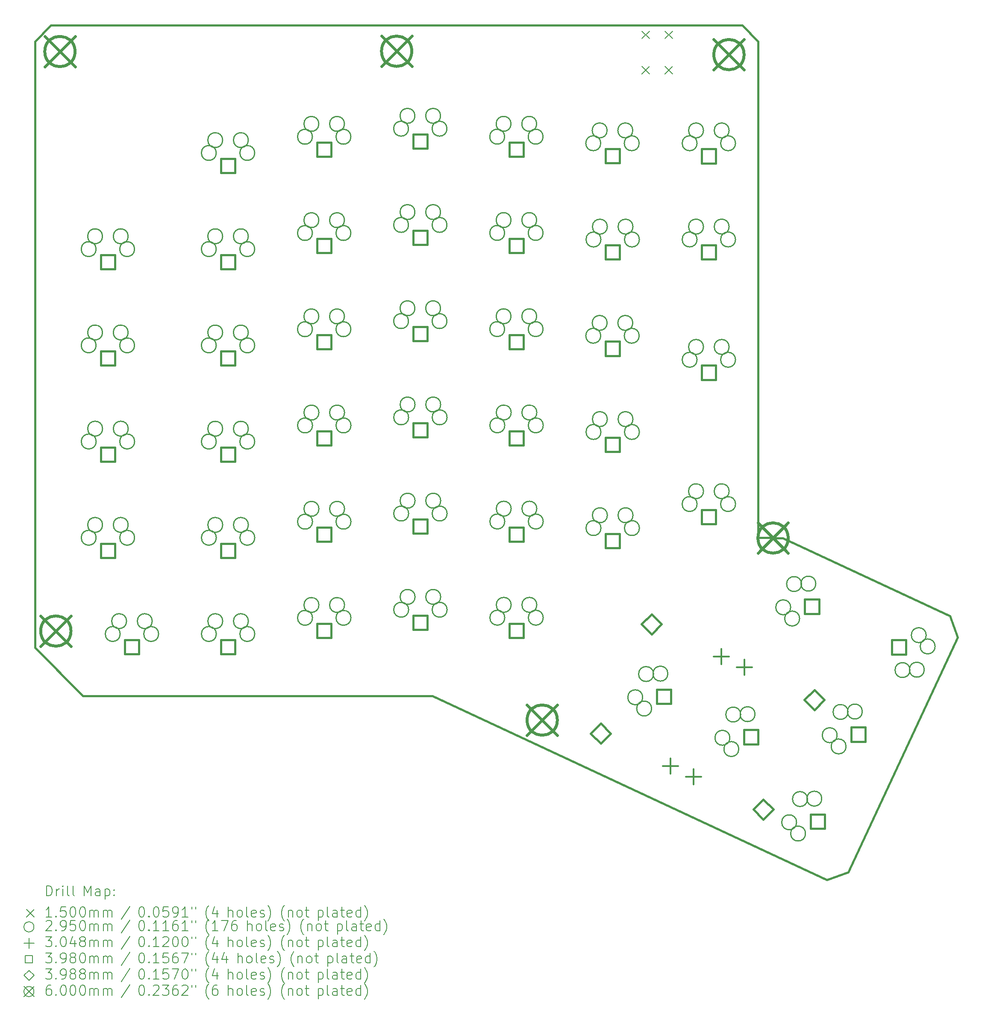
<source format=gbr>
%TF.GenerationSoftware,KiCad,Pcbnew,7.0.0*%
%TF.CreationDate,2023-03-24T12:18:01+00:00*%
%TF.ProjectId,ErgoMaxReversible,4572676f-4d61-4785-9265-766572736962,rev?*%
%TF.SameCoordinates,Original*%
%TF.FileFunction,Drillmap*%
%TF.FilePolarity,Positive*%
%FSLAX45Y45*%
G04 Gerber Fmt 4.5, Leading zero omitted, Abs format (unit mm)*
G04 Created by KiCad (PCBNEW 7.0.0) date 2023-03-24 12:18:01*
%MOMM*%
%LPD*%
G01*
G04 APERTURE LIST*
%ADD10C,0.381000*%
%ADD11C,0.200000*%
%ADD12C,0.150000*%
%ADD13C,0.295000*%
%ADD14C,0.304800*%
%ADD15C,0.398018*%
%ADD16C,0.398780*%
%ADD17C,0.600000*%
G04 APERTURE END LIST*
D10*
X11033900Y-3902500D02*
X11034000Y-15905000D01*
X25364948Y-3902456D02*
X25365000Y-13729000D01*
X11351400Y-3585000D02*
X11033900Y-3902500D01*
X11034000Y-15905000D02*
X11986500Y-16857500D01*
X26727350Y-20501892D02*
X27149244Y-20348476D01*
X25365000Y-13729000D02*
X25854860Y-13733300D01*
X25364948Y-3902456D02*
X25048000Y-3585000D01*
X25048000Y-3585000D02*
X11351400Y-3585000D01*
X18910500Y-16857500D02*
X26727350Y-20501892D01*
X11986500Y-16857500D02*
X18910500Y-16857500D01*
X27149244Y-20348476D02*
X29317642Y-15698244D01*
X29163972Y-15276350D02*
X25854860Y-13733300D01*
X29317642Y-15698244D02*
X29163972Y-15276350D01*
D11*
D12*
X23057920Y-3699420D02*
X23207920Y-3849420D01*
X23207920Y-3699420D02*
X23057920Y-3849420D01*
X23057920Y-4399420D02*
X23207920Y-4549420D01*
X23207920Y-4399420D02*
X23057920Y-4549420D01*
X23517920Y-3699420D02*
X23667920Y-3849420D01*
X23667920Y-3699420D02*
X23517920Y-3849420D01*
X23517920Y-4399420D02*
X23667920Y-4549420D01*
X23667920Y-4399420D02*
X23517920Y-4549420D01*
D13*
X12245668Y-8015064D02*
G75*
G03*
X12245668Y-8015064I-147500J0D01*
G01*
X12246008Y-9919374D02*
G75*
G03*
X12246008Y-9919374I-147500J0D01*
G01*
X12246500Y-13728000D02*
G75*
G03*
X12246500Y-13728000I-147500J0D01*
G01*
X12247040Y-11823384D02*
G75*
G03*
X12247040Y-11823384I-147500J0D01*
G01*
X12372668Y-7761064D02*
G75*
G03*
X12372668Y-7761064I-147500J0D01*
G01*
X12373008Y-9665374D02*
G75*
G03*
X12373008Y-9665374I-147500J0D01*
G01*
X12373500Y-13474000D02*
G75*
G03*
X12373500Y-13474000I-147500J0D01*
G01*
X12374040Y-11569384D02*
G75*
G03*
X12374040Y-11569384I-147500J0D01*
G01*
X12722500Y-15633000D02*
G75*
G03*
X12722500Y-15633000I-147500J0D01*
G01*
X12849500Y-15379000D02*
G75*
G03*
X12849500Y-15379000I-147500J0D01*
G01*
X12880668Y-7761064D02*
G75*
G03*
X12880668Y-7761064I-147500J0D01*
G01*
X12881008Y-9665374D02*
G75*
G03*
X12881008Y-9665374I-147500J0D01*
G01*
X12881500Y-13474000D02*
G75*
G03*
X12881500Y-13474000I-147500J0D01*
G01*
X12882040Y-11569384D02*
G75*
G03*
X12882040Y-11569384I-147500J0D01*
G01*
X13007668Y-8015064D02*
G75*
G03*
X13007668Y-8015064I-147500J0D01*
G01*
X13008008Y-9919374D02*
G75*
G03*
X13008008Y-9919374I-147500J0D01*
G01*
X13008500Y-13728000D02*
G75*
G03*
X13008500Y-13728000I-147500J0D01*
G01*
X13009040Y-11823384D02*
G75*
G03*
X13009040Y-11823384I-147500J0D01*
G01*
X13357500Y-15379000D02*
G75*
G03*
X13357500Y-15379000I-147500J0D01*
G01*
X13484500Y-15633000D02*
G75*
G03*
X13484500Y-15633000I-147500J0D01*
G01*
X14626086Y-9920334D02*
G75*
G03*
X14626086Y-9920334I-147500J0D01*
G01*
X14626210Y-8015064D02*
G75*
G03*
X14626210Y-8015064I-147500J0D01*
G01*
X14626500Y-6111364D02*
G75*
G03*
X14626500Y-6111364I-147500J0D01*
G01*
X14626660Y-11824204D02*
G75*
G03*
X14626660Y-11824204I-147500J0D01*
G01*
X14627500Y-13728000D02*
G75*
G03*
X14627500Y-13728000I-147500J0D01*
G01*
X14627500Y-15633000D02*
G75*
G03*
X14627500Y-15633000I-147500J0D01*
G01*
X14753086Y-9666334D02*
G75*
G03*
X14753086Y-9666334I-147500J0D01*
G01*
X14753210Y-7761064D02*
G75*
G03*
X14753210Y-7761064I-147500J0D01*
G01*
X14753500Y-5857364D02*
G75*
G03*
X14753500Y-5857364I-147500J0D01*
G01*
X14753660Y-11570204D02*
G75*
G03*
X14753660Y-11570204I-147500J0D01*
G01*
X14754500Y-13474000D02*
G75*
G03*
X14754500Y-13474000I-147500J0D01*
G01*
X14754500Y-15379000D02*
G75*
G03*
X14754500Y-15379000I-147500J0D01*
G01*
X15261086Y-9666334D02*
G75*
G03*
X15261086Y-9666334I-147500J0D01*
G01*
X15261210Y-7761064D02*
G75*
G03*
X15261210Y-7761064I-147500J0D01*
G01*
X15261500Y-5857364D02*
G75*
G03*
X15261500Y-5857364I-147500J0D01*
G01*
X15261660Y-11570204D02*
G75*
G03*
X15261660Y-11570204I-147500J0D01*
G01*
X15262500Y-13474000D02*
G75*
G03*
X15262500Y-13474000I-147500J0D01*
G01*
X15262500Y-15379000D02*
G75*
G03*
X15262500Y-15379000I-147500J0D01*
G01*
X15388086Y-9920334D02*
G75*
G03*
X15388086Y-9920334I-147500J0D01*
G01*
X15388210Y-8015064D02*
G75*
G03*
X15388210Y-8015064I-147500J0D01*
G01*
X15388500Y-6111364D02*
G75*
G03*
X15388500Y-6111364I-147500J0D01*
G01*
X15388660Y-11824204D02*
G75*
G03*
X15388660Y-11824204I-147500J0D01*
G01*
X15389500Y-13728000D02*
G75*
G03*
X15389500Y-13728000I-147500J0D01*
G01*
X15389500Y-15633000D02*
G75*
G03*
X15389500Y-15633000I-147500J0D01*
G01*
X16530960Y-9600262D02*
G75*
G03*
X16530960Y-9600262I-147500J0D01*
G01*
X16531210Y-7696064D02*
G75*
G03*
X16531210Y-7696064I-147500J0D01*
G01*
X16531500Y-5790704D02*
G75*
G03*
X16531500Y-5790704I-147500J0D01*
G01*
X16532500Y-11505024D02*
G75*
G03*
X16532500Y-11505024I-147500J0D01*
G01*
X16532500Y-13410000D02*
G75*
G03*
X16532500Y-13410000I-147500J0D01*
G01*
X16532500Y-15313000D02*
G75*
G03*
X16532500Y-15313000I-147500J0D01*
G01*
X16657960Y-9346262D02*
G75*
G03*
X16657960Y-9346262I-147500J0D01*
G01*
X16658210Y-7442064D02*
G75*
G03*
X16658210Y-7442064I-147500J0D01*
G01*
X16658500Y-5536704D02*
G75*
G03*
X16658500Y-5536704I-147500J0D01*
G01*
X16659500Y-11251024D02*
G75*
G03*
X16659500Y-11251024I-147500J0D01*
G01*
X16659500Y-13156000D02*
G75*
G03*
X16659500Y-13156000I-147500J0D01*
G01*
X16659500Y-15059000D02*
G75*
G03*
X16659500Y-15059000I-147500J0D01*
G01*
X17165960Y-9346262D02*
G75*
G03*
X17165960Y-9346262I-147500J0D01*
G01*
X17166210Y-7442064D02*
G75*
G03*
X17166210Y-7442064I-147500J0D01*
G01*
X17166500Y-5536704D02*
G75*
G03*
X17166500Y-5536704I-147500J0D01*
G01*
X17167500Y-11251024D02*
G75*
G03*
X17167500Y-11251024I-147500J0D01*
G01*
X17167500Y-13156000D02*
G75*
G03*
X17167500Y-13156000I-147500J0D01*
G01*
X17167500Y-15059000D02*
G75*
G03*
X17167500Y-15059000I-147500J0D01*
G01*
X17292960Y-9600262D02*
G75*
G03*
X17292960Y-9600262I-147500J0D01*
G01*
X17293210Y-7696064D02*
G75*
G03*
X17293210Y-7696064I-147500J0D01*
G01*
X17293500Y-5790704D02*
G75*
G03*
X17293500Y-5790704I-147500J0D01*
G01*
X17294500Y-11505024D02*
G75*
G03*
X17294500Y-11505024I-147500J0D01*
G01*
X17294500Y-13410000D02*
G75*
G03*
X17294500Y-13410000I-147500J0D01*
G01*
X17294500Y-15313000D02*
G75*
G03*
X17294500Y-15313000I-147500J0D01*
G01*
X18435404Y-9439954D02*
G75*
G03*
X18435404Y-9439954I-147500J0D01*
G01*
X18435500Y-5630964D02*
G75*
G03*
X18435500Y-5630964I-147500J0D01*
G01*
X18435770Y-7535508D02*
G75*
G03*
X18435770Y-7535508I-147500J0D01*
G01*
X18437500Y-11344724D02*
G75*
G03*
X18437500Y-11344724I-147500J0D01*
G01*
X18437500Y-13249000D02*
G75*
G03*
X18437500Y-13249000I-147500J0D01*
G01*
X18437500Y-15153000D02*
G75*
G03*
X18437500Y-15153000I-147500J0D01*
G01*
X18562404Y-9185954D02*
G75*
G03*
X18562404Y-9185954I-147500J0D01*
G01*
X18562500Y-5376964D02*
G75*
G03*
X18562500Y-5376964I-147500J0D01*
G01*
X18562770Y-7281508D02*
G75*
G03*
X18562770Y-7281508I-147500J0D01*
G01*
X18564500Y-11090724D02*
G75*
G03*
X18564500Y-11090724I-147500J0D01*
G01*
X18564500Y-12995000D02*
G75*
G03*
X18564500Y-12995000I-147500J0D01*
G01*
X18564500Y-14899000D02*
G75*
G03*
X18564500Y-14899000I-147500J0D01*
G01*
X19070404Y-9185954D02*
G75*
G03*
X19070404Y-9185954I-147500J0D01*
G01*
X19070500Y-5376964D02*
G75*
G03*
X19070500Y-5376964I-147500J0D01*
G01*
X19070770Y-7281508D02*
G75*
G03*
X19070770Y-7281508I-147500J0D01*
G01*
X19072500Y-11090724D02*
G75*
G03*
X19072500Y-11090724I-147500J0D01*
G01*
X19072500Y-12995000D02*
G75*
G03*
X19072500Y-12995000I-147500J0D01*
G01*
X19072500Y-14899000D02*
G75*
G03*
X19072500Y-14899000I-147500J0D01*
G01*
X19197404Y-9439954D02*
G75*
G03*
X19197404Y-9439954I-147500J0D01*
G01*
X19197500Y-5630964D02*
G75*
G03*
X19197500Y-5630964I-147500J0D01*
G01*
X19197770Y-7535508D02*
G75*
G03*
X19197770Y-7535508I-147500J0D01*
G01*
X19199500Y-11344724D02*
G75*
G03*
X19199500Y-11344724I-147500J0D01*
G01*
X19199500Y-13249000D02*
G75*
G03*
X19199500Y-13249000I-147500J0D01*
G01*
X19199500Y-15153000D02*
G75*
G03*
X19199500Y-15153000I-147500J0D01*
G01*
X20339500Y-5789364D02*
G75*
G03*
X20339500Y-5789364I-147500J0D01*
G01*
X20339944Y-9598526D02*
G75*
G03*
X20339944Y-9598526I-147500J0D01*
G01*
X20339960Y-7694742D02*
G75*
G03*
X20339960Y-7694742I-147500J0D01*
G01*
X20342500Y-11503000D02*
G75*
G03*
X20342500Y-11503000I-147500J0D01*
G01*
X20342500Y-13407000D02*
G75*
G03*
X20342500Y-13407000I-147500J0D01*
G01*
X20342500Y-15311000D02*
G75*
G03*
X20342500Y-15311000I-147500J0D01*
G01*
X20466500Y-5535364D02*
G75*
G03*
X20466500Y-5535364I-147500J0D01*
G01*
X20466944Y-9344526D02*
G75*
G03*
X20466944Y-9344526I-147500J0D01*
G01*
X20466960Y-7440742D02*
G75*
G03*
X20466960Y-7440742I-147500J0D01*
G01*
X20469500Y-11249000D02*
G75*
G03*
X20469500Y-11249000I-147500J0D01*
G01*
X20469500Y-13153000D02*
G75*
G03*
X20469500Y-13153000I-147500J0D01*
G01*
X20469500Y-15057000D02*
G75*
G03*
X20469500Y-15057000I-147500J0D01*
G01*
X20974500Y-5535364D02*
G75*
G03*
X20974500Y-5535364I-147500J0D01*
G01*
X20974944Y-9344526D02*
G75*
G03*
X20974944Y-9344526I-147500J0D01*
G01*
X20974960Y-7440742D02*
G75*
G03*
X20974960Y-7440742I-147500J0D01*
G01*
X20977500Y-11249000D02*
G75*
G03*
X20977500Y-11249000I-147500J0D01*
G01*
X20977500Y-13153000D02*
G75*
G03*
X20977500Y-13153000I-147500J0D01*
G01*
X20977500Y-15057000D02*
G75*
G03*
X20977500Y-15057000I-147500J0D01*
G01*
X21101500Y-5789364D02*
G75*
G03*
X21101500Y-5789364I-147500J0D01*
G01*
X21101944Y-9598526D02*
G75*
G03*
X21101944Y-9598526I-147500J0D01*
G01*
X21101960Y-7694742D02*
G75*
G03*
X21101960Y-7694742I-147500J0D01*
G01*
X21104500Y-11503000D02*
G75*
G03*
X21104500Y-11503000I-147500J0D01*
G01*
X21104500Y-13407000D02*
G75*
G03*
X21104500Y-13407000I-147500J0D01*
G01*
X21104500Y-15311000D02*
G75*
G03*
X21104500Y-15311000I-147500J0D01*
G01*
X22243260Y-9729604D02*
G75*
G03*
X22243260Y-9729604I-147500J0D01*
G01*
X22243275Y-5919364D02*
G75*
G03*
X22243275Y-5919364I-147500J0D01*
G01*
X22247500Y-7824352D02*
G75*
G03*
X22247500Y-7824352I-147500J0D01*
G01*
X22247500Y-11634084D02*
G75*
G03*
X22247500Y-11634084I-147500J0D01*
G01*
X22247500Y-13537000D02*
G75*
G03*
X22247500Y-13537000I-147500J0D01*
G01*
X22370260Y-9475604D02*
G75*
G03*
X22370260Y-9475604I-147500J0D01*
G01*
X22370275Y-5665364D02*
G75*
G03*
X22370275Y-5665364I-147500J0D01*
G01*
X22374500Y-7570352D02*
G75*
G03*
X22374500Y-7570352I-147500J0D01*
G01*
X22374500Y-11380084D02*
G75*
G03*
X22374500Y-11380084I-147500J0D01*
G01*
X22374500Y-13283000D02*
G75*
G03*
X22374500Y-13283000I-147500J0D01*
G01*
X22878260Y-9475604D02*
G75*
G03*
X22878260Y-9475604I-147500J0D01*
G01*
X22878275Y-5665364D02*
G75*
G03*
X22878275Y-5665364I-147500J0D01*
G01*
X22882500Y-7570352D02*
G75*
G03*
X22882500Y-7570352I-147500J0D01*
G01*
X22882500Y-11380084D02*
G75*
G03*
X22882500Y-11380084I-147500J0D01*
G01*
X22882500Y-13283000D02*
G75*
G03*
X22882500Y-13283000I-147500J0D01*
G01*
X23005260Y-9729604D02*
G75*
G03*
X23005260Y-9729604I-147500J0D01*
G01*
X23005275Y-5919364D02*
G75*
G03*
X23005275Y-5919364I-147500J0D01*
G01*
X23009500Y-7824352D02*
G75*
G03*
X23009500Y-7824352I-147500J0D01*
G01*
X23009500Y-11634084D02*
G75*
G03*
X23009500Y-11634084I-147500J0D01*
G01*
X23009500Y-13537000D02*
G75*
G03*
X23009500Y-13537000I-147500J0D01*
G01*
X23074994Y-16886353D02*
G75*
G03*
X23074994Y-16886353I-147500J0D01*
G01*
X23251524Y-17108799D02*
G75*
G03*
X23251524Y-17108799I-147500J0D01*
G01*
X23289684Y-16425948D02*
G75*
G03*
X23289684Y-16425948I-147500J0D01*
G01*
X23573559Y-16418192D02*
G75*
G03*
X23573559Y-16418192I-147500J0D01*
G01*
X24152500Y-5919564D02*
G75*
G03*
X24152500Y-5919564I-147500J0D01*
G01*
X24152500Y-7823594D02*
G75*
G03*
X24152500Y-7823594I-147500J0D01*
G01*
X24152500Y-10205564D02*
G75*
G03*
X24152500Y-10205564I-147500J0D01*
G01*
X24152500Y-13061000D02*
G75*
G03*
X24152500Y-13061000I-147500J0D01*
G01*
X24279500Y-5665564D02*
G75*
G03*
X24279500Y-5665564I-147500J0D01*
G01*
X24279500Y-7569594D02*
G75*
G03*
X24279500Y-7569594I-147500J0D01*
G01*
X24279500Y-9951564D02*
G75*
G03*
X24279500Y-9951564I-147500J0D01*
G01*
X24279500Y-12807000D02*
G75*
G03*
X24279500Y-12807000I-147500J0D01*
G01*
X24787500Y-5665564D02*
G75*
G03*
X24787500Y-5665564I-147500J0D01*
G01*
X24787500Y-7569594D02*
G75*
G03*
X24787500Y-7569594I-147500J0D01*
G01*
X24787500Y-9951564D02*
G75*
G03*
X24787500Y-9951564I-147500J0D01*
G01*
X24787500Y-12807000D02*
G75*
G03*
X24787500Y-12807000I-147500J0D01*
G01*
X24802059Y-17688171D02*
G75*
G03*
X24802059Y-17688171I-147500J0D01*
G01*
X24914500Y-5919564D02*
G75*
G03*
X24914500Y-5919564I-147500J0D01*
G01*
X24914500Y-7823594D02*
G75*
G03*
X24914500Y-7823594I-147500J0D01*
G01*
X24914500Y-10205564D02*
G75*
G03*
X24914500Y-10205564I-147500J0D01*
G01*
X24914500Y-13061000D02*
G75*
G03*
X24914500Y-13061000I-147500J0D01*
G01*
X24978588Y-17910617D02*
G75*
G03*
X24978588Y-17910617I-147500J0D01*
G01*
X25016749Y-17227767D02*
G75*
G03*
X25016749Y-17227767I-147500J0D01*
G01*
X25300623Y-17220011D02*
G75*
G03*
X25300623Y-17220011I-147500J0D01*
G01*
X26007240Y-15105152D02*
G75*
G03*
X26007240Y-15105152I-147500J0D01*
G01*
X26124846Y-19360631D02*
G75*
G03*
X26124846Y-19360631I-147500J0D01*
G01*
X26183770Y-15327598D02*
G75*
G03*
X26183770Y-15327598I-147500J0D01*
G01*
X26221930Y-14644747D02*
G75*
G03*
X26221930Y-14644747I-147500J0D01*
G01*
X26301375Y-19583077D02*
G75*
G03*
X26301375Y-19583077I-147500J0D01*
G01*
X26339536Y-18900227D02*
G75*
G03*
X26339536Y-18900227I-147500J0D01*
G01*
X26505805Y-14636991D02*
G75*
G03*
X26505805Y-14636991I-147500J0D01*
G01*
X26623410Y-18892471D02*
G75*
G03*
X26623410Y-18892471I-147500J0D01*
G01*
X26928131Y-17636668D02*
G75*
G03*
X26928131Y-17636668I-147500J0D01*
G01*
X27104661Y-17859114D02*
G75*
G03*
X27104661Y-17859114I-147500J0D01*
G01*
X27142821Y-17176263D02*
G75*
G03*
X27142821Y-17176263I-147500J0D01*
G01*
X27426696Y-17168507D02*
G75*
G03*
X27426696Y-17168507I-147500J0D01*
G01*
X28370153Y-16347288D02*
G75*
G03*
X28370153Y-16347288I-147500J0D01*
G01*
X28654027Y-16339532D02*
G75*
G03*
X28654027Y-16339532I-147500J0D01*
G01*
X28692188Y-15656681D02*
G75*
G03*
X28692188Y-15656681I-147500J0D01*
G01*
X28868718Y-15879127D02*
G75*
G03*
X28868718Y-15879127I-147500J0D01*
G01*
D14*
X23623778Y-18095590D02*
X23623778Y-18400390D01*
X23471378Y-18247990D02*
X23776178Y-18247990D01*
X24084730Y-18307010D02*
X24084730Y-18611810D01*
X23932330Y-18459410D02*
X24237130Y-18459410D01*
X24632821Y-15931689D02*
X24632821Y-16236489D01*
X24480421Y-16084089D02*
X24785221Y-16084089D01*
X25093774Y-16143110D02*
X25093774Y-16447910D01*
X24941374Y-16295510D02*
X25246174Y-16295510D01*
D15*
X12619890Y-8409786D02*
X12619890Y-8128342D01*
X12338446Y-8128342D01*
X12338446Y-8409786D01*
X12619890Y-8409786D01*
X12620230Y-10314096D02*
X12620230Y-10032652D01*
X12338786Y-10032652D01*
X12338786Y-10314096D01*
X12620230Y-10314096D01*
X12620722Y-14122722D02*
X12620722Y-13841278D01*
X12339278Y-13841278D01*
X12339278Y-14122722D01*
X12620722Y-14122722D01*
X12621262Y-12218106D02*
X12621262Y-11936662D01*
X12339818Y-11936662D01*
X12339818Y-12218106D01*
X12621262Y-12218106D01*
X13096722Y-16027722D02*
X13096722Y-15746278D01*
X12815278Y-15746278D01*
X12815278Y-16027722D01*
X13096722Y-16027722D01*
X15000308Y-10315056D02*
X15000308Y-10033612D01*
X14718864Y-10033612D01*
X14718864Y-10315056D01*
X15000308Y-10315056D01*
X15000432Y-8409786D02*
X15000432Y-8128342D01*
X14718988Y-8128342D01*
X14718988Y-8409786D01*
X15000432Y-8409786D01*
X15000722Y-6506086D02*
X15000722Y-6224642D01*
X14719278Y-6224642D01*
X14719278Y-6506086D01*
X15000722Y-6506086D01*
X15000882Y-12218926D02*
X15000882Y-11937482D01*
X14719438Y-11937482D01*
X14719438Y-12218926D01*
X15000882Y-12218926D01*
X15001722Y-14122722D02*
X15001722Y-13841278D01*
X14720278Y-13841278D01*
X14720278Y-14122722D01*
X15001722Y-14122722D01*
X15001722Y-16027722D02*
X15001722Y-15746278D01*
X14720278Y-15746278D01*
X14720278Y-16027722D01*
X15001722Y-16027722D01*
X16905182Y-9994984D02*
X16905182Y-9713540D01*
X16623738Y-9713540D01*
X16623738Y-9994984D01*
X16905182Y-9994984D01*
X16905432Y-8090786D02*
X16905432Y-7809342D01*
X16623988Y-7809342D01*
X16623988Y-8090786D01*
X16905432Y-8090786D01*
X16905722Y-6185426D02*
X16905722Y-5903982D01*
X16624278Y-5903982D01*
X16624278Y-6185426D01*
X16905722Y-6185426D01*
X16906722Y-11899746D02*
X16906722Y-11618302D01*
X16625278Y-11618302D01*
X16625278Y-11899746D01*
X16906722Y-11899746D01*
X16906722Y-13804722D02*
X16906722Y-13523278D01*
X16625278Y-13523278D01*
X16625278Y-13804722D01*
X16906722Y-13804722D01*
X16906722Y-15707722D02*
X16906722Y-15426278D01*
X16625278Y-15426278D01*
X16625278Y-15707722D01*
X16906722Y-15707722D01*
X18809626Y-9834676D02*
X18809626Y-9553232D01*
X18528182Y-9553232D01*
X18528182Y-9834676D01*
X18809626Y-9834676D01*
X18809722Y-6025686D02*
X18809722Y-5744242D01*
X18528278Y-5744242D01*
X18528278Y-6025686D01*
X18809722Y-6025686D01*
X18809992Y-7930230D02*
X18809992Y-7648786D01*
X18528548Y-7648786D01*
X18528548Y-7930230D01*
X18809992Y-7930230D01*
X18811722Y-11739446D02*
X18811722Y-11458002D01*
X18530278Y-11458002D01*
X18530278Y-11739446D01*
X18811722Y-11739446D01*
X18811722Y-13643722D02*
X18811722Y-13362278D01*
X18530278Y-13362278D01*
X18530278Y-13643722D01*
X18811722Y-13643722D01*
X18811722Y-15547722D02*
X18811722Y-15266278D01*
X18530278Y-15266278D01*
X18530278Y-15547722D01*
X18811722Y-15547722D01*
X20713722Y-6184086D02*
X20713722Y-5902642D01*
X20432278Y-5902642D01*
X20432278Y-6184086D01*
X20713722Y-6184086D01*
X20714166Y-9993248D02*
X20714166Y-9711804D01*
X20432722Y-9711804D01*
X20432722Y-9993248D01*
X20714166Y-9993248D01*
X20714182Y-8089464D02*
X20714182Y-7808020D01*
X20432738Y-7808020D01*
X20432738Y-8089464D01*
X20714182Y-8089464D01*
X20716722Y-11897722D02*
X20716722Y-11616278D01*
X20435278Y-11616278D01*
X20435278Y-11897722D01*
X20716722Y-11897722D01*
X20716722Y-13801722D02*
X20716722Y-13520278D01*
X20435278Y-13520278D01*
X20435278Y-13801722D01*
X20716722Y-13801722D01*
X20716722Y-15705722D02*
X20716722Y-15424278D01*
X20435278Y-15424278D01*
X20435278Y-15705722D01*
X20716722Y-15705722D01*
X22617482Y-10124326D02*
X22617482Y-9842882D01*
X22336038Y-9842882D01*
X22336038Y-10124326D01*
X22617482Y-10124326D01*
X22617497Y-6314086D02*
X22617497Y-6032642D01*
X22336053Y-6032642D01*
X22336053Y-6314086D01*
X22617497Y-6314086D01*
X22621722Y-8219074D02*
X22621722Y-7937630D01*
X22340278Y-7937630D01*
X22340278Y-8219074D01*
X22621722Y-8219074D01*
X22621722Y-12028806D02*
X22621722Y-11747362D01*
X22340278Y-11747362D01*
X22340278Y-12028806D01*
X22621722Y-12028806D01*
X22621722Y-13931722D02*
X22621722Y-13650278D01*
X22340278Y-13650278D01*
X22340278Y-13931722D01*
X22621722Y-13931722D01*
X23635966Y-17011563D02*
X23635966Y-16730119D01*
X23354522Y-16730119D01*
X23354522Y-17011563D01*
X23635966Y-17011563D01*
X24526722Y-6314286D02*
X24526722Y-6032842D01*
X24245278Y-6032842D01*
X24245278Y-6314286D01*
X24526722Y-6314286D01*
X24526722Y-8218316D02*
X24526722Y-7936872D01*
X24245278Y-7936872D01*
X24245278Y-8218316D01*
X24526722Y-8218316D01*
X24526722Y-10600286D02*
X24526722Y-10318842D01*
X24245278Y-10318842D01*
X24245278Y-10600286D01*
X24526722Y-10600286D01*
X24526722Y-13455722D02*
X24526722Y-13174278D01*
X24245278Y-13174278D01*
X24245278Y-13455722D01*
X24526722Y-13455722D01*
X25363030Y-17813381D02*
X25363030Y-17531937D01*
X25081586Y-17531937D01*
X25081586Y-17813381D01*
X25363030Y-17813381D01*
X26568211Y-15230362D02*
X26568211Y-14948918D01*
X26286767Y-14948918D01*
X26286767Y-15230362D01*
X26568211Y-15230362D01*
X26685817Y-19485841D02*
X26685817Y-19204397D01*
X26404373Y-19204397D01*
X26404373Y-19485841D01*
X26685817Y-19485841D01*
X27489102Y-17761878D02*
X27489102Y-17480434D01*
X27207658Y-17480434D01*
X27207658Y-17761878D01*
X27489102Y-17761878D01*
X28294190Y-16035361D02*
X28294190Y-15753917D01*
X28012746Y-15753917D01*
X28012746Y-16035361D01*
X28294190Y-16035361D01*
D16*
X22242565Y-17803310D02*
X22441955Y-17603920D01*
X22242565Y-17404530D01*
X22043175Y-17603920D01*
X22242565Y-17803310D01*
X23251608Y-15639409D02*
X23450998Y-15440019D01*
X23251608Y-15240629D01*
X23052218Y-15440019D01*
X23251608Y-15639409D01*
X25465943Y-19302870D02*
X25665333Y-19103480D01*
X25465943Y-18904090D01*
X25266553Y-19103480D01*
X25465943Y-19302870D01*
X26474987Y-17138970D02*
X26674377Y-16939580D01*
X26474987Y-16740190D01*
X26275597Y-16939580D01*
X26474987Y-17138970D01*
D17*
X11147997Y-15274708D02*
X11747997Y-15874708D01*
X11747997Y-15274708D02*
X11147997Y-15874708D01*
X11747997Y-15574708D02*
G75*
G03*
X11747997Y-15574708I-300000J0D01*
G01*
X11228298Y-3803624D02*
X11828298Y-4403624D01*
X11828298Y-3803624D02*
X11228298Y-4403624D01*
X11828298Y-4103624D02*
G75*
G03*
X11828298Y-4103624I-300000J0D01*
G01*
X17900238Y-3797688D02*
X18500238Y-4397688D01*
X18500238Y-3797688D02*
X17900238Y-4397688D01*
X18500238Y-4097688D02*
G75*
G03*
X18500238Y-4097688I-300000J0D01*
G01*
X20784275Y-17037567D02*
X21384275Y-17637567D01*
X21384275Y-17037567D02*
X20784275Y-17637567D01*
X21384275Y-17337567D02*
G75*
G03*
X21384275Y-17337567I-300000J0D01*
G01*
X24484558Y-3865092D02*
X25084558Y-4465092D01*
X25084558Y-3865092D02*
X24484558Y-4465092D01*
X25084558Y-4165092D02*
G75*
G03*
X25084558Y-4165092I-300000J0D01*
G01*
X25358012Y-13433216D02*
X25958012Y-14033216D01*
X25958012Y-13433216D02*
X25358012Y-14033216D01*
X25958012Y-13733216D02*
G75*
G03*
X25958012Y-13733216I-300000J0D01*
G01*
D11*
X11262469Y-20814418D02*
X11262469Y-20614418D01*
X11262469Y-20614418D02*
X11310088Y-20614418D01*
X11310088Y-20614418D02*
X11338659Y-20623942D01*
X11338659Y-20623942D02*
X11357707Y-20642990D01*
X11357707Y-20642990D02*
X11367231Y-20662037D01*
X11367231Y-20662037D02*
X11376755Y-20700132D01*
X11376755Y-20700132D02*
X11376755Y-20728704D01*
X11376755Y-20728704D02*
X11367231Y-20766799D01*
X11367231Y-20766799D02*
X11357707Y-20785847D01*
X11357707Y-20785847D02*
X11338659Y-20804894D01*
X11338659Y-20804894D02*
X11310088Y-20814418D01*
X11310088Y-20814418D02*
X11262469Y-20814418D01*
X11462469Y-20814418D02*
X11462469Y-20681085D01*
X11462469Y-20719180D02*
X11471993Y-20700132D01*
X11471993Y-20700132D02*
X11481517Y-20690609D01*
X11481517Y-20690609D02*
X11500564Y-20681085D01*
X11500564Y-20681085D02*
X11519612Y-20681085D01*
X11586278Y-20814418D02*
X11586278Y-20681085D01*
X11586278Y-20614418D02*
X11576755Y-20623942D01*
X11576755Y-20623942D02*
X11586278Y-20633466D01*
X11586278Y-20633466D02*
X11595802Y-20623942D01*
X11595802Y-20623942D02*
X11586278Y-20614418D01*
X11586278Y-20614418D02*
X11586278Y-20633466D01*
X11710088Y-20814418D02*
X11691040Y-20804894D01*
X11691040Y-20804894D02*
X11681517Y-20785847D01*
X11681517Y-20785847D02*
X11681517Y-20614418D01*
X11814850Y-20814418D02*
X11795802Y-20804894D01*
X11795802Y-20804894D02*
X11786278Y-20785847D01*
X11786278Y-20785847D02*
X11786278Y-20614418D01*
X12011040Y-20814418D02*
X12011040Y-20614418D01*
X12011040Y-20614418D02*
X12077707Y-20757275D01*
X12077707Y-20757275D02*
X12144374Y-20614418D01*
X12144374Y-20614418D02*
X12144374Y-20814418D01*
X12325326Y-20814418D02*
X12325326Y-20709656D01*
X12325326Y-20709656D02*
X12315802Y-20690609D01*
X12315802Y-20690609D02*
X12296755Y-20681085D01*
X12296755Y-20681085D02*
X12258659Y-20681085D01*
X12258659Y-20681085D02*
X12239612Y-20690609D01*
X12325326Y-20804894D02*
X12306278Y-20814418D01*
X12306278Y-20814418D02*
X12258659Y-20814418D01*
X12258659Y-20814418D02*
X12239612Y-20804894D01*
X12239612Y-20804894D02*
X12230088Y-20785847D01*
X12230088Y-20785847D02*
X12230088Y-20766799D01*
X12230088Y-20766799D02*
X12239612Y-20747752D01*
X12239612Y-20747752D02*
X12258659Y-20738228D01*
X12258659Y-20738228D02*
X12306278Y-20738228D01*
X12306278Y-20738228D02*
X12325326Y-20728704D01*
X12420564Y-20681085D02*
X12420564Y-20881085D01*
X12420564Y-20690609D02*
X12439612Y-20681085D01*
X12439612Y-20681085D02*
X12477707Y-20681085D01*
X12477707Y-20681085D02*
X12496755Y-20690609D01*
X12496755Y-20690609D02*
X12506278Y-20700132D01*
X12506278Y-20700132D02*
X12515802Y-20719180D01*
X12515802Y-20719180D02*
X12515802Y-20776323D01*
X12515802Y-20776323D02*
X12506278Y-20795371D01*
X12506278Y-20795371D02*
X12496755Y-20804894D01*
X12496755Y-20804894D02*
X12477707Y-20814418D01*
X12477707Y-20814418D02*
X12439612Y-20814418D01*
X12439612Y-20814418D02*
X12420564Y-20804894D01*
X12601517Y-20795371D02*
X12611040Y-20804894D01*
X12611040Y-20804894D02*
X12601517Y-20814418D01*
X12601517Y-20814418D02*
X12591993Y-20804894D01*
X12591993Y-20804894D02*
X12601517Y-20795371D01*
X12601517Y-20795371D02*
X12601517Y-20814418D01*
X12601517Y-20690609D02*
X12611040Y-20700132D01*
X12611040Y-20700132D02*
X12601517Y-20709656D01*
X12601517Y-20709656D02*
X12591993Y-20700132D01*
X12591993Y-20700132D02*
X12601517Y-20690609D01*
X12601517Y-20690609D02*
X12601517Y-20709656D01*
D12*
X10864850Y-21085942D02*
X11014850Y-21235942D01*
X11014850Y-21085942D02*
X10864850Y-21235942D01*
D11*
X11367231Y-21234418D02*
X11252945Y-21234418D01*
X11310088Y-21234418D02*
X11310088Y-21034418D01*
X11310088Y-21034418D02*
X11291040Y-21062990D01*
X11291040Y-21062990D02*
X11271993Y-21082037D01*
X11271993Y-21082037D02*
X11252945Y-21091561D01*
X11452945Y-21215371D02*
X11462469Y-21224894D01*
X11462469Y-21224894D02*
X11452945Y-21234418D01*
X11452945Y-21234418D02*
X11443421Y-21224894D01*
X11443421Y-21224894D02*
X11452945Y-21215371D01*
X11452945Y-21215371D02*
X11452945Y-21234418D01*
X11643421Y-21034418D02*
X11548183Y-21034418D01*
X11548183Y-21034418D02*
X11538659Y-21129656D01*
X11538659Y-21129656D02*
X11548183Y-21120132D01*
X11548183Y-21120132D02*
X11567231Y-21110609D01*
X11567231Y-21110609D02*
X11614850Y-21110609D01*
X11614850Y-21110609D02*
X11633898Y-21120132D01*
X11633898Y-21120132D02*
X11643421Y-21129656D01*
X11643421Y-21129656D02*
X11652945Y-21148704D01*
X11652945Y-21148704D02*
X11652945Y-21196323D01*
X11652945Y-21196323D02*
X11643421Y-21215371D01*
X11643421Y-21215371D02*
X11633898Y-21224894D01*
X11633898Y-21224894D02*
X11614850Y-21234418D01*
X11614850Y-21234418D02*
X11567231Y-21234418D01*
X11567231Y-21234418D02*
X11548183Y-21224894D01*
X11548183Y-21224894D02*
X11538659Y-21215371D01*
X11776755Y-21034418D02*
X11795802Y-21034418D01*
X11795802Y-21034418D02*
X11814850Y-21043942D01*
X11814850Y-21043942D02*
X11824374Y-21053466D01*
X11824374Y-21053466D02*
X11833898Y-21072513D01*
X11833898Y-21072513D02*
X11843421Y-21110609D01*
X11843421Y-21110609D02*
X11843421Y-21158228D01*
X11843421Y-21158228D02*
X11833898Y-21196323D01*
X11833898Y-21196323D02*
X11824374Y-21215371D01*
X11824374Y-21215371D02*
X11814850Y-21224894D01*
X11814850Y-21224894D02*
X11795802Y-21234418D01*
X11795802Y-21234418D02*
X11776755Y-21234418D01*
X11776755Y-21234418D02*
X11757707Y-21224894D01*
X11757707Y-21224894D02*
X11748183Y-21215371D01*
X11748183Y-21215371D02*
X11738659Y-21196323D01*
X11738659Y-21196323D02*
X11729136Y-21158228D01*
X11729136Y-21158228D02*
X11729136Y-21110609D01*
X11729136Y-21110609D02*
X11738659Y-21072513D01*
X11738659Y-21072513D02*
X11748183Y-21053466D01*
X11748183Y-21053466D02*
X11757707Y-21043942D01*
X11757707Y-21043942D02*
X11776755Y-21034418D01*
X11967231Y-21034418D02*
X11986279Y-21034418D01*
X11986279Y-21034418D02*
X12005326Y-21043942D01*
X12005326Y-21043942D02*
X12014850Y-21053466D01*
X12014850Y-21053466D02*
X12024374Y-21072513D01*
X12024374Y-21072513D02*
X12033898Y-21110609D01*
X12033898Y-21110609D02*
X12033898Y-21158228D01*
X12033898Y-21158228D02*
X12024374Y-21196323D01*
X12024374Y-21196323D02*
X12014850Y-21215371D01*
X12014850Y-21215371D02*
X12005326Y-21224894D01*
X12005326Y-21224894D02*
X11986279Y-21234418D01*
X11986279Y-21234418D02*
X11967231Y-21234418D01*
X11967231Y-21234418D02*
X11948183Y-21224894D01*
X11948183Y-21224894D02*
X11938659Y-21215371D01*
X11938659Y-21215371D02*
X11929136Y-21196323D01*
X11929136Y-21196323D02*
X11919612Y-21158228D01*
X11919612Y-21158228D02*
X11919612Y-21110609D01*
X11919612Y-21110609D02*
X11929136Y-21072513D01*
X11929136Y-21072513D02*
X11938659Y-21053466D01*
X11938659Y-21053466D02*
X11948183Y-21043942D01*
X11948183Y-21043942D02*
X11967231Y-21034418D01*
X12119612Y-21234418D02*
X12119612Y-21101085D01*
X12119612Y-21120132D02*
X12129136Y-21110609D01*
X12129136Y-21110609D02*
X12148183Y-21101085D01*
X12148183Y-21101085D02*
X12176755Y-21101085D01*
X12176755Y-21101085D02*
X12195802Y-21110609D01*
X12195802Y-21110609D02*
X12205326Y-21129656D01*
X12205326Y-21129656D02*
X12205326Y-21234418D01*
X12205326Y-21129656D02*
X12214850Y-21110609D01*
X12214850Y-21110609D02*
X12233898Y-21101085D01*
X12233898Y-21101085D02*
X12262469Y-21101085D01*
X12262469Y-21101085D02*
X12281517Y-21110609D01*
X12281517Y-21110609D02*
X12291040Y-21129656D01*
X12291040Y-21129656D02*
X12291040Y-21234418D01*
X12386279Y-21234418D02*
X12386279Y-21101085D01*
X12386279Y-21120132D02*
X12395802Y-21110609D01*
X12395802Y-21110609D02*
X12414850Y-21101085D01*
X12414850Y-21101085D02*
X12443421Y-21101085D01*
X12443421Y-21101085D02*
X12462469Y-21110609D01*
X12462469Y-21110609D02*
X12471993Y-21129656D01*
X12471993Y-21129656D02*
X12471993Y-21234418D01*
X12471993Y-21129656D02*
X12481517Y-21110609D01*
X12481517Y-21110609D02*
X12500564Y-21101085D01*
X12500564Y-21101085D02*
X12529136Y-21101085D01*
X12529136Y-21101085D02*
X12548183Y-21110609D01*
X12548183Y-21110609D02*
X12557707Y-21129656D01*
X12557707Y-21129656D02*
X12557707Y-21234418D01*
X12915802Y-21024894D02*
X12744374Y-21282037D01*
X13140564Y-21034418D02*
X13159612Y-21034418D01*
X13159612Y-21034418D02*
X13178660Y-21043942D01*
X13178660Y-21043942D02*
X13188183Y-21053466D01*
X13188183Y-21053466D02*
X13197707Y-21072513D01*
X13197707Y-21072513D02*
X13207231Y-21110609D01*
X13207231Y-21110609D02*
X13207231Y-21158228D01*
X13207231Y-21158228D02*
X13197707Y-21196323D01*
X13197707Y-21196323D02*
X13188183Y-21215371D01*
X13188183Y-21215371D02*
X13178660Y-21224894D01*
X13178660Y-21224894D02*
X13159612Y-21234418D01*
X13159612Y-21234418D02*
X13140564Y-21234418D01*
X13140564Y-21234418D02*
X13121517Y-21224894D01*
X13121517Y-21224894D02*
X13111993Y-21215371D01*
X13111993Y-21215371D02*
X13102469Y-21196323D01*
X13102469Y-21196323D02*
X13092945Y-21158228D01*
X13092945Y-21158228D02*
X13092945Y-21110609D01*
X13092945Y-21110609D02*
X13102469Y-21072513D01*
X13102469Y-21072513D02*
X13111993Y-21053466D01*
X13111993Y-21053466D02*
X13121517Y-21043942D01*
X13121517Y-21043942D02*
X13140564Y-21034418D01*
X13292945Y-21215371D02*
X13302469Y-21224894D01*
X13302469Y-21224894D02*
X13292945Y-21234418D01*
X13292945Y-21234418D02*
X13283421Y-21224894D01*
X13283421Y-21224894D02*
X13292945Y-21215371D01*
X13292945Y-21215371D02*
X13292945Y-21234418D01*
X13426279Y-21034418D02*
X13445326Y-21034418D01*
X13445326Y-21034418D02*
X13464374Y-21043942D01*
X13464374Y-21043942D02*
X13473898Y-21053466D01*
X13473898Y-21053466D02*
X13483421Y-21072513D01*
X13483421Y-21072513D02*
X13492945Y-21110609D01*
X13492945Y-21110609D02*
X13492945Y-21158228D01*
X13492945Y-21158228D02*
X13483421Y-21196323D01*
X13483421Y-21196323D02*
X13473898Y-21215371D01*
X13473898Y-21215371D02*
X13464374Y-21224894D01*
X13464374Y-21224894D02*
X13445326Y-21234418D01*
X13445326Y-21234418D02*
X13426279Y-21234418D01*
X13426279Y-21234418D02*
X13407231Y-21224894D01*
X13407231Y-21224894D02*
X13397707Y-21215371D01*
X13397707Y-21215371D02*
X13388183Y-21196323D01*
X13388183Y-21196323D02*
X13378660Y-21158228D01*
X13378660Y-21158228D02*
X13378660Y-21110609D01*
X13378660Y-21110609D02*
X13388183Y-21072513D01*
X13388183Y-21072513D02*
X13397707Y-21053466D01*
X13397707Y-21053466D02*
X13407231Y-21043942D01*
X13407231Y-21043942D02*
X13426279Y-21034418D01*
X13673898Y-21034418D02*
X13578660Y-21034418D01*
X13578660Y-21034418D02*
X13569136Y-21129656D01*
X13569136Y-21129656D02*
X13578660Y-21120132D01*
X13578660Y-21120132D02*
X13597707Y-21110609D01*
X13597707Y-21110609D02*
X13645326Y-21110609D01*
X13645326Y-21110609D02*
X13664374Y-21120132D01*
X13664374Y-21120132D02*
X13673898Y-21129656D01*
X13673898Y-21129656D02*
X13683421Y-21148704D01*
X13683421Y-21148704D02*
X13683421Y-21196323D01*
X13683421Y-21196323D02*
X13673898Y-21215371D01*
X13673898Y-21215371D02*
X13664374Y-21224894D01*
X13664374Y-21224894D02*
X13645326Y-21234418D01*
X13645326Y-21234418D02*
X13597707Y-21234418D01*
X13597707Y-21234418D02*
X13578660Y-21224894D01*
X13578660Y-21224894D02*
X13569136Y-21215371D01*
X13778660Y-21234418D02*
X13816755Y-21234418D01*
X13816755Y-21234418D02*
X13835802Y-21224894D01*
X13835802Y-21224894D02*
X13845326Y-21215371D01*
X13845326Y-21215371D02*
X13864374Y-21186799D01*
X13864374Y-21186799D02*
X13873898Y-21148704D01*
X13873898Y-21148704D02*
X13873898Y-21072513D01*
X13873898Y-21072513D02*
X13864374Y-21053466D01*
X13864374Y-21053466D02*
X13854850Y-21043942D01*
X13854850Y-21043942D02*
X13835802Y-21034418D01*
X13835802Y-21034418D02*
X13797707Y-21034418D01*
X13797707Y-21034418D02*
X13778660Y-21043942D01*
X13778660Y-21043942D02*
X13769136Y-21053466D01*
X13769136Y-21053466D02*
X13759612Y-21072513D01*
X13759612Y-21072513D02*
X13759612Y-21120132D01*
X13759612Y-21120132D02*
X13769136Y-21139180D01*
X13769136Y-21139180D02*
X13778660Y-21148704D01*
X13778660Y-21148704D02*
X13797707Y-21158228D01*
X13797707Y-21158228D02*
X13835802Y-21158228D01*
X13835802Y-21158228D02*
X13854850Y-21148704D01*
X13854850Y-21148704D02*
X13864374Y-21139180D01*
X13864374Y-21139180D02*
X13873898Y-21120132D01*
X14064374Y-21234418D02*
X13950088Y-21234418D01*
X14007231Y-21234418D02*
X14007231Y-21034418D01*
X14007231Y-21034418D02*
X13988183Y-21062990D01*
X13988183Y-21062990D02*
X13969136Y-21082037D01*
X13969136Y-21082037D02*
X13950088Y-21091561D01*
X14140564Y-21034418D02*
X14140564Y-21072513D01*
X14216755Y-21034418D02*
X14216755Y-21072513D01*
X14479612Y-21310609D02*
X14470088Y-21301085D01*
X14470088Y-21301085D02*
X14451041Y-21272513D01*
X14451041Y-21272513D02*
X14441517Y-21253466D01*
X14441517Y-21253466D02*
X14431993Y-21224894D01*
X14431993Y-21224894D02*
X14422469Y-21177275D01*
X14422469Y-21177275D02*
X14422469Y-21139180D01*
X14422469Y-21139180D02*
X14431993Y-21091561D01*
X14431993Y-21091561D02*
X14441517Y-21062990D01*
X14441517Y-21062990D02*
X14451041Y-21043942D01*
X14451041Y-21043942D02*
X14470088Y-21015371D01*
X14470088Y-21015371D02*
X14479612Y-21005847D01*
X14641517Y-21101085D02*
X14641517Y-21234418D01*
X14593898Y-21024894D02*
X14546279Y-21167752D01*
X14546279Y-21167752D02*
X14670088Y-21167752D01*
X14866279Y-21234418D02*
X14866279Y-21034418D01*
X14951993Y-21234418D02*
X14951993Y-21129656D01*
X14951993Y-21129656D02*
X14942469Y-21110609D01*
X14942469Y-21110609D02*
X14923422Y-21101085D01*
X14923422Y-21101085D02*
X14894850Y-21101085D01*
X14894850Y-21101085D02*
X14875802Y-21110609D01*
X14875802Y-21110609D02*
X14866279Y-21120132D01*
X15075802Y-21234418D02*
X15056755Y-21224894D01*
X15056755Y-21224894D02*
X15047231Y-21215371D01*
X15047231Y-21215371D02*
X15037707Y-21196323D01*
X15037707Y-21196323D02*
X15037707Y-21139180D01*
X15037707Y-21139180D02*
X15047231Y-21120132D01*
X15047231Y-21120132D02*
X15056755Y-21110609D01*
X15056755Y-21110609D02*
X15075802Y-21101085D01*
X15075802Y-21101085D02*
X15104374Y-21101085D01*
X15104374Y-21101085D02*
X15123422Y-21110609D01*
X15123422Y-21110609D02*
X15132945Y-21120132D01*
X15132945Y-21120132D02*
X15142469Y-21139180D01*
X15142469Y-21139180D02*
X15142469Y-21196323D01*
X15142469Y-21196323D02*
X15132945Y-21215371D01*
X15132945Y-21215371D02*
X15123422Y-21224894D01*
X15123422Y-21224894D02*
X15104374Y-21234418D01*
X15104374Y-21234418D02*
X15075802Y-21234418D01*
X15256755Y-21234418D02*
X15237707Y-21224894D01*
X15237707Y-21224894D02*
X15228183Y-21205847D01*
X15228183Y-21205847D02*
X15228183Y-21034418D01*
X15409136Y-21224894D02*
X15390088Y-21234418D01*
X15390088Y-21234418D02*
X15351993Y-21234418D01*
X15351993Y-21234418D02*
X15332945Y-21224894D01*
X15332945Y-21224894D02*
X15323422Y-21205847D01*
X15323422Y-21205847D02*
X15323422Y-21129656D01*
X15323422Y-21129656D02*
X15332945Y-21110609D01*
X15332945Y-21110609D02*
X15351993Y-21101085D01*
X15351993Y-21101085D02*
X15390088Y-21101085D01*
X15390088Y-21101085D02*
X15409136Y-21110609D01*
X15409136Y-21110609D02*
X15418660Y-21129656D01*
X15418660Y-21129656D02*
X15418660Y-21148704D01*
X15418660Y-21148704D02*
X15323422Y-21167752D01*
X15494850Y-21224894D02*
X15513898Y-21234418D01*
X15513898Y-21234418D02*
X15551993Y-21234418D01*
X15551993Y-21234418D02*
X15571041Y-21224894D01*
X15571041Y-21224894D02*
X15580564Y-21205847D01*
X15580564Y-21205847D02*
X15580564Y-21196323D01*
X15580564Y-21196323D02*
X15571041Y-21177275D01*
X15571041Y-21177275D02*
X15551993Y-21167752D01*
X15551993Y-21167752D02*
X15523422Y-21167752D01*
X15523422Y-21167752D02*
X15504374Y-21158228D01*
X15504374Y-21158228D02*
X15494850Y-21139180D01*
X15494850Y-21139180D02*
X15494850Y-21129656D01*
X15494850Y-21129656D02*
X15504374Y-21110609D01*
X15504374Y-21110609D02*
X15523422Y-21101085D01*
X15523422Y-21101085D02*
X15551993Y-21101085D01*
X15551993Y-21101085D02*
X15571041Y-21110609D01*
X15647231Y-21310609D02*
X15656755Y-21301085D01*
X15656755Y-21301085D02*
X15675803Y-21272513D01*
X15675803Y-21272513D02*
X15685326Y-21253466D01*
X15685326Y-21253466D02*
X15694850Y-21224894D01*
X15694850Y-21224894D02*
X15704374Y-21177275D01*
X15704374Y-21177275D02*
X15704374Y-21139180D01*
X15704374Y-21139180D02*
X15694850Y-21091561D01*
X15694850Y-21091561D02*
X15685326Y-21062990D01*
X15685326Y-21062990D02*
X15675803Y-21043942D01*
X15675803Y-21043942D02*
X15656755Y-21015371D01*
X15656755Y-21015371D02*
X15647231Y-21005847D01*
X15976755Y-21310609D02*
X15967231Y-21301085D01*
X15967231Y-21301085D02*
X15948183Y-21272513D01*
X15948183Y-21272513D02*
X15938660Y-21253466D01*
X15938660Y-21253466D02*
X15929136Y-21224894D01*
X15929136Y-21224894D02*
X15919612Y-21177275D01*
X15919612Y-21177275D02*
X15919612Y-21139180D01*
X15919612Y-21139180D02*
X15929136Y-21091561D01*
X15929136Y-21091561D02*
X15938660Y-21062990D01*
X15938660Y-21062990D02*
X15948183Y-21043942D01*
X15948183Y-21043942D02*
X15967231Y-21015371D01*
X15967231Y-21015371D02*
X15976755Y-21005847D01*
X16052945Y-21101085D02*
X16052945Y-21234418D01*
X16052945Y-21120132D02*
X16062469Y-21110609D01*
X16062469Y-21110609D02*
X16081517Y-21101085D01*
X16081517Y-21101085D02*
X16110088Y-21101085D01*
X16110088Y-21101085D02*
X16129136Y-21110609D01*
X16129136Y-21110609D02*
X16138660Y-21129656D01*
X16138660Y-21129656D02*
X16138660Y-21234418D01*
X16262469Y-21234418D02*
X16243422Y-21224894D01*
X16243422Y-21224894D02*
X16233898Y-21215371D01*
X16233898Y-21215371D02*
X16224374Y-21196323D01*
X16224374Y-21196323D02*
X16224374Y-21139180D01*
X16224374Y-21139180D02*
X16233898Y-21120132D01*
X16233898Y-21120132D02*
X16243422Y-21110609D01*
X16243422Y-21110609D02*
X16262469Y-21101085D01*
X16262469Y-21101085D02*
X16291041Y-21101085D01*
X16291041Y-21101085D02*
X16310088Y-21110609D01*
X16310088Y-21110609D02*
X16319612Y-21120132D01*
X16319612Y-21120132D02*
X16329136Y-21139180D01*
X16329136Y-21139180D02*
X16329136Y-21196323D01*
X16329136Y-21196323D02*
X16319612Y-21215371D01*
X16319612Y-21215371D02*
X16310088Y-21224894D01*
X16310088Y-21224894D02*
X16291041Y-21234418D01*
X16291041Y-21234418D02*
X16262469Y-21234418D01*
X16386279Y-21101085D02*
X16462469Y-21101085D01*
X16414850Y-21034418D02*
X16414850Y-21205847D01*
X16414850Y-21205847D02*
X16424374Y-21224894D01*
X16424374Y-21224894D02*
X16443422Y-21234418D01*
X16443422Y-21234418D02*
X16462469Y-21234418D01*
X16649136Y-21101085D02*
X16649136Y-21301085D01*
X16649136Y-21110609D02*
X16668183Y-21101085D01*
X16668183Y-21101085D02*
X16706279Y-21101085D01*
X16706279Y-21101085D02*
X16725326Y-21110609D01*
X16725326Y-21110609D02*
X16734850Y-21120132D01*
X16734850Y-21120132D02*
X16744374Y-21139180D01*
X16744374Y-21139180D02*
X16744374Y-21196323D01*
X16744374Y-21196323D02*
X16734850Y-21215371D01*
X16734850Y-21215371D02*
X16725326Y-21224894D01*
X16725326Y-21224894D02*
X16706279Y-21234418D01*
X16706279Y-21234418D02*
X16668183Y-21234418D01*
X16668183Y-21234418D02*
X16649136Y-21224894D01*
X16858660Y-21234418D02*
X16839612Y-21224894D01*
X16839612Y-21224894D02*
X16830088Y-21205847D01*
X16830088Y-21205847D02*
X16830088Y-21034418D01*
X17020565Y-21234418D02*
X17020565Y-21129656D01*
X17020565Y-21129656D02*
X17011041Y-21110609D01*
X17011041Y-21110609D02*
X16991993Y-21101085D01*
X16991993Y-21101085D02*
X16953898Y-21101085D01*
X16953898Y-21101085D02*
X16934850Y-21110609D01*
X17020565Y-21224894D02*
X17001517Y-21234418D01*
X17001517Y-21234418D02*
X16953898Y-21234418D01*
X16953898Y-21234418D02*
X16934850Y-21224894D01*
X16934850Y-21224894D02*
X16925326Y-21205847D01*
X16925326Y-21205847D02*
X16925326Y-21186799D01*
X16925326Y-21186799D02*
X16934850Y-21167752D01*
X16934850Y-21167752D02*
X16953898Y-21158228D01*
X16953898Y-21158228D02*
X17001517Y-21158228D01*
X17001517Y-21158228D02*
X17020565Y-21148704D01*
X17087231Y-21101085D02*
X17163422Y-21101085D01*
X17115803Y-21034418D02*
X17115803Y-21205847D01*
X17115803Y-21205847D02*
X17125326Y-21224894D01*
X17125326Y-21224894D02*
X17144374Y-21234418D01*
X17144374Y-21234418D02*
X17163422Y-21234418D01*
X17306279Y-21224894D02*
X17287231Y-21234418D01*
X17287231Y-21234418D02*
X17249136Y-21234418D01*
X17249136Y-21234418D02*
X17230088Y-21224894D01*
X17230088Y-21224894D02*
X17220565Y-21205847D01*
X17220565Y-21205847D02*
X17220565Y-21129656D01*
X17220565Y-21129656D02*
X17230088Y-21110609D01*
X17230088Y-21110609D02*
X17249136Y-21101085D01*
X17249136Y-21101085D02*
X17287231Y-21101085D01*
X17287231Y-21101085D02*
X17306279Y-21110609D01*
X17306279Y-21110609D02*
X17315803Y-21129656D01*
X17315803Y-21129656D02*
X17315803Y-21148704D01*
X17315803Y-21148704D02*
X17220565Y-21167752D01*
X17487231Y-21234418D02*
X17487231Y-21034418D01*
X17487231Y-21224894D02*
X17468184Y-21234418D01*
X17468184Y-21234418D02*
X17430088Y-21234418D01*
X17430088Y-21234418D02*
X17411041Y-21224894D01*
X17411041Y-21224894D02*
X17401517Y-21215371D01*
X17401517Y-21215371D02*
X17391993Y-21196323D01*
X17391993Y-21196323D02*
X17391993Y-21139180D01*
X17391993Y-21139180D02*
X17401517Y-21120132D01*
X17401517Y-21120132D02*
X17411041Y-21110609D01*
X17411041Y-21110609D02*
X17430088Y-21101085D01*
X17430088Y-21101085D02*
X17468184Y-21101085D01*
X17468184Y-21101085D02*
X17487231Y-21110609D01*
X17563422Y-21310609D02*
X17572946Y-21301085D01*
X17572946Y-21301085D02*
X17591993Y-21272513D01*
X17591993Y-21272513D02*
X17601517Y-21253466D01*
X17601517Y-21253466D02*
X17611041Y-21224894D01*
X17611041Y-21224894D02*
X17620565Y-21177275D01*
X17620565Y-21177275D02*
X17620565Y-21139180D01*
X17620565Y-21139180D02*
X17611041Y-21091561D01*
X17611041Y-21091561D02*
X17601517Y-21062990D01*
X17601517Y-21062990D02*
X17591993Y-21043942D01*
X17591993Y-21043942D02*
X17572946Y-21015371D01*
X17572946Y-21015371D02*
X17563422Y-21005847D01*
X11014850Y-21430942D02*
G75*
G03*
X11014850Y-21430942I-100000J0D01*
G01*
X11252945Y-21323466D02*
X11262469Y-21313942D01*
X11262469Y-21313942D02*
X11281517Y-21304418D01*
X11281517Y-21304418D02*
X11329136Y-21304418D01*
X11329136Y-21304418D02*
X11348183Y-21313942D01*
X11348183Y-21313942D02*
X11357707Y-21323466D01*
X11357707Y-21323466D02*
X11367231Y-21342513D01*
X11367231Y-21342513D02*
X11367231Y-21361561D01*
X11367231Y-21361561D02*
X11357707Y-21390132D01*
X11357707Y-21390132D02*
X11243421Y-21504418D01*
X11243421Y-21504418D02*
X11367231Y-21504418D01*
X11452945Y-21485371D02*
X11462469Y-21494894D01*
X11462469Y-21494894D02*
X11452945Y-21504418D01*
X11452945Y-21504418D02*
X11443421Y-21494894D01*
X11443421Y-21494894D02*
X11452945Y-21485371D01*
X11452945Y-21485371D02*
X11452945Y-21504418D01*
X11557707Y-21504418D02*
X11595802Y-21504418D01*
X11595802Y-21504418D02*
X11614850Y-21494894D01*
X11614850Y-21494894D02*
X11624374Y-21485371D01*
X11624374Y-21485371D02*
X11643421Y-21456799D01*
X11643421Y-21456799D02*
X11652945Y-21418704D01*
X11652945Y-21418704D02*
X11652945Y-21342513D01*
X11652945Y-21342513D02*
X11643421Y-21323466D01*
X11643421Y-21323466D02*
X11633898Y-21313942D01*
X11633898Y-21313942D02*
X11614850Y-21304418D01*
X11614850Y-21304418D02*
X11576755Y-21304418D01*
X11576755Y-21304418D02*
X11557707Y-21313942D01*
X11557707Y-21313942D02*
X11548183Y-21323466D01*
X11548183Y-21323466D02*
X11538659Y-21342513D01*
X11538659Y-21342513D02*
X11538659Y-21390132D01*
X11538659Y-21390132D02*
X11548183Y-21409180D01*
X11548183Y-21409180D02*
X11557707Y-21418704D01*
X11557707Y-21418704D02*
X11576755Y-21428228D01*
X11576755Y-21428228D02*
X11614850Y-21428228D01*
X11614850Y-21428228D02*
X11633898Y-21418704D01*
X11633898Y-21418704D02*
X11643421Y-21409180D01*
X11643421Y-21409180D02*
X11652945Y-21390132D01*
X11833898Y-21304418D02*
X11738659Y-21304418D01*
X11738659Y-21304418D02*
X11729136Y-21399656D01*
X11729136Y-21399656D02*
X11738659Y-21390132D01*
X11738659Y-21390132D02*
X11757707Y-21380609D01*
X11757707Y-21380609D02*
X11805326Y-21380609D01*
X11805326Y-21380609D02*
X11824374Y-21390132D01*
X11824374Y-21390132D02*
X11833898Y-21399656D01*
X11833898Y-21399656D02*
X11843421Y-21418704D01*
X11843421Y-21418704D02*
X11843421Y-21466323D01*
X11843421Y-21466323D02*
X11833898Y-21485371D01*
X11833898Y-21485371D02*
X11824374Y-21494894D01*
X11824374Y-21494894D02*
X11805326Y-21504418D01*
X11805326Y-21504418D02*
X11757707Y-21504418D01*
X11757707Y-21504418D02*
X11738659Y-21494894D01*
X11738659Y-21494894D02*
X11729136Y-21485371D01*
X11967231Y-21304418D02*
X11986279Y-21304418D01*
X11986279Y-21304418D02*
X12005326Y-21313942D01*
X12005326Y-21313942D02*
X12014850Y-21323466D01*
X12014850Y-21323466D02*
X12024374Y-21342513D01*
X12024374Y-21342513D02*
X12033898Y-21380609D01*
X12033898Y-21380609D02*
X12033898Y-21428228D01*
X12033898Y-21428228D02*
X12024374Y-21466323D01*
X12024374Y-21466323D02*
X12014850Y-21485371D01*
X12014850Y-21485371D02*
X12005326Y-21494894D01*
X12005326Y-21494894D02*
X11986279Y-21504418D01*
X11986279Y-21504418D02*
X11967231Y-21504418D01*
X11967231Y-21504418D02*
X11948183Y-21494894D01*
X11948183Y-21494894D02*
X11938659Y-21485371D01*
X11938659Y-21485371D02*
X11929136Y-21466323D01*
X11929136Y-21466323D02*
X11919612Y-21428228D01*
X11919612Y-21428228D02*
X11919612Y-21380609D01*
X11919612Y-21380609D02*
X11929136Y-21342513D01*
X11929136Y-21342513D02*
X11938659Y-21323466D01*
X11938659Y-21323466D02*
X11948183Y-21313942D01*
X11948183Y-21313942D02*
X11967231Y-21304418D01*
X12119612Y-21504418D02*
X12119612Y-21371085D01*
X12119612Y-21390132D02*
X12129136Y-21380609D01*
X12129136Y-21380609D02*
X12148183Y-21371085D01*
X12148183Y-21371085D02*
X12176755Y-21371085D01*
X12176755Y-21371085D02*
X12195802Y-21380609D01*
X12195802Y-21380609D02*
X12205326Y-21399656D01*
X12205326Y-21399656D02*
X12205326Y-21504418D01*
X12205326Y-21399656D02*
X12214850Y-21380609D01*
X12214850Y-21380609D02*
X12233898Y-21371085D01*
X12233898Y-21371085D02*
X12262469Y-21371085D01*
X12262469Y-21371085D02*
X12281517Y-21380609D01*
X12281517Y-21380609D02*
X12291040Y-21399656D01*
X12291040Y-21399656D02*
X12291040Y-21504418D01*
X12386279Y-21504418D02*
X12386279Y-21371085D01*
X12386279Y-21390132D02*
X12395802Y-21380609D01*
X12395802Y-21380609D02*
X12414850Y-21371085D01*
X12414850Y-21371085D02*
X12443421Y-21371085D01*
X12443421Y-21371085D02*
X12462469Y-21380609D01*
X12462469Y-21380609D02*
X12471993Y-21399656D01*
X12471993Y-21399656D02*
X12471993Y-21504418D01*
X12471993Y-21399656D02*
X12481517Y-21380609D01*
X12481517Y-21380609D02*
X12500564Y-21371085D01*
X12500564Y-21371085D02*
X12529136Y-21371085D01*
X12529136Y-21371085D02*
X12548183Y-21380609D01*
X12548183Y-21380609D02*
X12557707Y-21399656D01*
X12557707Y-21399656D02*
X12557707Y-21504418D01*
X12915802Y-21294894D02*
X12744374Y-21552037D01*
X13140564Y-21304418D02*
X13159612Y-21304418D01*
X13159612Y-21304418D02*
X13178660Y-21313942D01*
X13178660Y-21313942D02*
X13188183Y-21323466D01*
X13188183Y-21323466D02*
X13197707Y-21342513D01*
X13197707Y-21342513D02*
X13207231Y-21380609D01*
X13207231Y-21380609D02*
X13207231Y-21428228D01*
X13207231Y-21428228D02*
X13197707Y-21466323D01*
X13197707Y-21466323D02*
X13188183Y-21485371D01*
X13188183Y-21485371D02*
X13178660Y-21494894D01*
X13178660Y-21494894D02*
X13159612Y-21504418D01*
X13159612Y-21504418D02*
X13140564Y-21504418D01*
X13140564Y-21504418D02*
X13121517Y-21494894D01*
X13121517Y-21494894D02*
X13111993Y-21485371D01*
X13111993Y-21485371D02*
X13102469Y-21466323D01*
X13102469Y-21466323D02*
X13092945Y-21428228D01*
X13092945Y-21428228D02*
X13092945Y-21380609D01*
X13092945Y-21380609D02*
X13102469Y-21342513D01*
X13102469Y-21342513D02*
X13111993Y-21323466D01*
X13111993Y-21323466D02*
X13121517Y-21313942D01*
X13121517Y-21313942D02*
X13140564Y-21304418D01*
X13292945Y-21485371D02*
X13302469Y-21494894D01*
X13302469Y-21494894D02*
X13292945Y-21504418D01*
X13292945Y-21504418D02*
X13283421Y-21494894D01*
X13283421Y-21494894D02*
X13292945Y-21485371D01*
X13292945Y-21485371D02*
X13292945Y-21504418D01*
X13492945Y-21504418D02*
X13378660Y-21504418D01*
X13435802Y-21504418D02*
X13435802Y-21304418D01*
X13435802Y-21304418D02*
X13416755Y-21332990D01*
X13416755Y-21332990D02*
X13397707Y-21352037D01*
X13397707Y-21352037D02*
X13378660Y-21361561D01*
X13683421Y-21504418D02*
X13569136Y-21504418D01*
X13626279Y-21504418D02*
X13626279Y-21304418D01*
X13626279Y-21304418D02*
X13607231Y-21332990D01*
X13607231Y-21332990D02*
X13588183Y-21352037D01*
X13588183Y-21352037D02*
X13569136Y-21361561D01*
X13854850Y-21304418D02*
X13816755Y-21304418D01*
X13816755Y-21304418D02*
X13797707Y-21313942D01*
X13797707Y-21313942D02*
X13788183Y-21323466D01*
X13788183Y-21323466D02*
X13769136Y-21352037D01*
X13769136Y-21352037D02*
X13759612Y-21390132D01*
X13759612Y-21390132D02*
X13759612Y-21466323D01*
X13759612Y-21466323D02*
X13769136Y-21485371D01*
X13769136Y-21485371D02*
X13778660Y-21494894D01*
X13778660Y-21494894D02*
X13797707Y-21504418D01*
X13797707Y-21504418D02*
X13835802Y-21504418D01*
X13835802Y-21504418D02*
X13854850Y-21494894D01*
X13854850Y-21494894D02*
X13864374Y-21485371D01*
X13864374Y-21485371D02*
X13873898Y-21466323D01*
X13873898Y-21466323D02*
X13873898Y-21418704D01*
X13873898Y-21418704D02*
X13864374Y-21399656D01*
X13864374Y-21399656D02*
X13854850Y-21390132D01*
X13854850Y-21390132D02*
X13835802Y-21380609D01*
X13835802Y-21380609D02*
X13797707Y-21380609D01*
X13797707Y-21380609D02*
X13778660Y-21390132D01*
X13778660Y-21390132D02*
X13769136Y-21399656D01*
X13769136Y-21399656D02*
X13759612Y-21418704D01*
X14064374Y-21504418D02*
X13950088Y-21504418D01*
X14007231Y-21504418D02*
X14007231Y-21304418D01*
X14007231Y-21304418D02*
X13988183Y-21332990D01*
X13988183Y-21332990D02*
X13969136Y-21352037D01*
X13969136Y-21352037D02*
X13950088Y-21361561D01*
X14140564Y-21304418D02*
X14140564Y-21342513D01*
X14216755Y-21304418D02*
X14216755Y-21342513D01*
X14479612Y-21580609D02*
X14470088Y-21571085D01*
X14470088Y-21571085D02*
X14451041Y-21542513D01*
X14451041Y-21542513D02*
X14441517Y-21523466D01*
X14441517Y-21523466D02*
X14431993Y-21494894D01*
X14431993Y-21494894D02*
X14422469Y-21447275D01*
X14422469Y-21447275D02*
X14422469Y-21409180D01*
X14422469Y-21409180D02*
X14431993Y-21361561D01*
X14431993Y-21361561D02*
X14441517Y-21332990D01*
X14441517Y-21332990D02*
X14451041Y-21313942D01*
X14451041Y-21313942D02*
X14470088Y-21285371D01*
X14470088Y-21285371D02*
X14479612Y-21275847D01*
X14660564Y-21504418D02*
X14546279Y-21504418D01*
X14603421Y-21504418D02*
X14603421Y-21304418D01*
X14603421Y-21304418D02*
X14584374Y-21332990D01*
X14584374Y-21332990D02*
X14565326Y-21352037D01*
X14565326Y-21352037D02*
X14546279Y-21361561D01*
X14727231Y-21304418D02*
X14860564Y-21304418D01*
X14860564Y-21304418D02*
X14774850Y-21504418D01*
X15022469Y-21304418D02*
X14984374Y-21304418D01*
X14984374Y-21304418D02*
X14965326Y-21313942D01*
X14965326Y-21313942D02*
X14955802Y-21323466D01*
X14955802Y-21323466D02*
X14936755Y-21352037D01*
X14936755Y-21352037D02*
X14927231Y-21390132D01*
X14927231Y-21390132D02*
X14927231Y-21466323D01*
X14927231Y-21466323D02*
X14936755Y-21485371D01*
X14936755Y-21485371D02*
X14946279Y-21494894D01*
X14946279Y-21494894D02*
X14965326Y-21504418D01*
X14965326Y-21504418D02*
X15003422Y-21504418D01*
X15003422Y-21504418D02*
X15022469Y-21494894D01*
X15022469Y-21494894D02*
X15031993Y-21485371D01*
X15031993Y-21485371D02*
X15041517Y-21466323D01*
X15041517Y-21466323D02*
X15041517Y-21418704D01*
X15041517Y-21418704D02*
X15031993Y-21399656D01*
X15031993Y-21399656D02*
X15022469Y-21390132D01*
X15022469Y-21390132D02*
X15003422Y-21380609D01*
X15003422Y-21380609D02*
X14965326Y-21380609D01*
X14965326Y-21380609D02*
X14946279Y-21390132D01*
X14946279Y-21390132D02*
X14936755Y-21399656D01*
X14936755Y-21399656D02*
X14927231Y-21418704D01*
X15247231Y-21504418D02*
X15247231Y-21304418D01*
X15332945Y-21504418D02*
X15332945Y-21399656D01*
X15332945Y-21399656D02*
X15323422Y-21380609D01*
X15323422Y-21380609D02*
X15304374Y-21371085D01*
X15304374Y-21371085D02*
X15275802Y-21371085D01*
X15275802Y-21371085D02*
X15256755Y-21380609D01*
X15256755Y-21380609D02*
X15247231Y-21390132D01*
X15456755Y-21504418D02*
X15437707Y-21494894D01*
X15437707Y-21494894D02*
X15428183Y-21485371D01*
X15428183Y-21485371D02*
X15418660Y-21466323D01*
X15418660Y-21466323D02*
X15418660Y-21409180D01*
X15418660Y-21409180D02*
X15428183Y-21390132D01*
X15428183Y-21390132D02*
X15437707Y-21380609D01*
X15437707Y-21380609D02*
X15456755Y-21371085D01*
X15456755Y-21371085D02*
X15485326Y-21371085D01*
X15485326Y-21371085D02*
X15504374Y-21380609D01*
X15504374Y-21380609D02*
X15513898Y-21390132D01*
X15513898Y-21390132D02*
X15523422Y-21409180D01*
X15523422Y-21409180D02*
X15523422Y-21466323D01*
X15523422Y-21466323D02*
X15513898Y-21485371D01*
X15513898Y-21485371D02*
X15504374Y-21494894D01*
X15504374Y-21494894D02*
X15485326Y-21504418D01*
X15485326Y-21504418D02*
X15456755Y-21504418D01*
X15637707Y-21504418D02*
X15618660Y-21494894D01*
X15618660Y-21494894D02*
X15609136Y-21475847D01*
X15609136Y-21475847D02*
X15609136Y-21304418D01*
X15790088Y-21494894D02*
X15771041Y-21504418D01*
X15771041Y-21504418D02*
X15732945Y-21504418D01*
X15732945Y-21504418D02*
X15713898Y-21494894D01*
X15713898Y-21494894D02*
X15704374Y-21475847D01*
X15704374Y-21475847D02*
X15704374Y-21399656D01*
X15704374Y-21399656D02*
X15713898Y-21380609D01*
X15713898Y-21380609D02*
X15732945Y-21371085D01*
X15732945Y-21371085D02*
X15771041Y-21371085D01*
X15771041Y-21371085D02*
X15790088Y-21380609D01*
X15790088Y-21380609D02*
X15799612Y-21399656D01*
X15799612Y-21399656D02*
X15799612Y-21418704D01*
X15799612Y-21418704D02*
X15704374Y-21437752D01*
X15875803Y-21494894D02*
X15894850Y-21504418D01*
X15894850Y-21504418D02*
X15932945Y-21504418D01*
X15932945Y-21504418D02*
X15951993Y-21494894D01*
X15951993Y-21494894D02*
X15961517Y-21475847D01*
X15961517Y-21475847D02*
X15961517Y-21466323D01*
X15961517Y-21466323D02*
X15951993Y-21447275D01*
X15951993Y-21447275D02*
X15932945Y-21437752D01*
X15932945Y-21437752D02*
X15904374Y-21437752D01*
X15904374Y-21437752D02*
X15885326Y-21428228D01*
X15885326Y-21428228D02*
X15875803Y-21409180D01*
X15875803Y-21409180D02*
X15875803Y-21399656D01*
X15875803Y-21399656D02*
X15885326Y-21380609D01*
X15885326Y-21380609D02*
X15904374Y-21371085D01*
X15904374Y-21371085D02*
X15932945Y-21371085D01*
X15932945Y-21371085D02*
X15951993Y-21380609D01*
X16028184Y-21580609D02*
X16037707Y-21571085D01*
X16037707Y-21571085D02*
X16056755Y-21542513D01*
X16056755Y-21542513D02*
X16066279Y-21523466D01*
X16066279Y-21523466D02*
X16075803Y-21494894D01*
X16075803Y-21494894D02*
X16085326Y-21447275D01*
X16085326Y-21447275D02*
X16085326Y-21409180D01*
X16085326Y-21409180D02*
X16075803Y-21361561D01*
X16075803Y-21361561D02*
X16066279Y-21332990D01*
X16066279Y-21332990D02*
X16056755Y-21313942D01*
X16056755Y-21313942D02*
X16037707Y-21285371D01*
X16037707Y-21285371D02*
X16028184Y-21275847D01*
X16357707Y-21580609D02*
X16348183Y-21571085D01*
X16348183Y-21571085D02*
X16329136Y-21542513D01*
X16329136Y-21542513D02*
X16319612Y-21523466D01*
X16319612Y-21523466D02*
X16310088Y-21494894D01*
X16310088Y-21494894D02*
X16300564Y-21447275D01*
X16300564Y-21447275D02*
X16300564Y-21409180D01*
X16300564Y-21409180D02*
X16310088Y-21361561D01*
X16310088Y-21361561D02*
X16319612Y-21332990D01*
X16319612Y-21332990D02*
X16329136Y-21313942D01*
X16329136Y-21313942D02*
X16348183Y-21285371D01*
X16348183Y-21285371D02*
X16357707Y-21275847D01*
X16433898Y-21371085D02*
X16433898Y-21504418D01*
X16433898Y-21390132D02*
X16443422Y-21380609D01*
X16443422Y-21380609D02*
X16462469Y-21371085D01*
X16462469Y-21371085D02*
X16491041Y-21371085D01*
X16491041Y-21371085D02*
X16510088Y-21380609D01*
X16510088Y-21380609D02*
X16519612Y-21399656D01*
X16519612Y-21399656D02*
X16519612Y-21504418D01*
X16643422Y-21504418D02*
X16624374Y-21494894D01*
X16624374Y-21494894D02*
X16614850Y-21485371D01*
X16614850Y-21485371D02*
X16605326Y-21466323D01*
X16605326Y-21466323D02*
X16605326Y-21409180D01*
X16605326Y-21409180D02*
X16614850Y-21390132D01*
X16614850Y-21390132D02*
X16624374Y-21380609D01*
X16624374Y-21380609D02*
X16643422Y-21371085D01*
X16643422Y-21371085D02*
X16671993Y-21371085D01*
X16671993Y-21371085D02*
X16691041Y-21380609D01*
X16691041Y-21380609D02*
X16700564Y-21390132D01*
X16700564Y-21390132D02*
X16710088Y-21409180D01*
X16710088Y-21409180D02*
X16710088Y-21466323D01*
X16710088Y-21466323D02*
X16700564Y-21485371D01*
X16700564Y-21485371D02*
X16691041Y-21494894D01*
X16691041Y-21494894D02*
X16671993Y-21504418D01*
X16671993Y-21504418D02*
X16643422Y-21504418D01*
X16767231Y-21371085D02*
X16843422Y-21371085D01*
X16795803Y-21304418D02*
X16795803Y-21475847D01*
X16795803Y-21475847D02*
X16805326Y-21494894D01*
X16805326Y-21494894D02*
X16824374Y-21504418D01*
X16824374Y-21504418D02*
X16843422Y-21504418D01*
X17030088Y-21371085D02*
X17030088Y-21571085D01*
X17030088Y-21380609D02*
X17049136Y-21371085D01*
X17049136Y-21371085D02*
X17087231Y-21371085D01*
X17087231Y-21371085D02*
X17106279Y-21380609D01*
X17106279Y-21380609D02*
X17115803Y-21390132D01*
X17115803Y-21390132D02*
X17125326Y-21409180D01*
X17125326Y-21409180D02*
X17125326Y-21466323D01*
X17125326Y-21466323D02*
X17115803Y-21485371D01*
X17115803Y-21485371D02*
X17106279Y-21494894D01*
X17106279Y-21494894D02*
X17087231Y-21504418D01*
X17087231Y-21504418D02*
X17049136Y-21504418D01*
X17049136Y-21504418D02*
X17030088Y-21494894D01*
X17239612Y-21504418D02*
X17220565Y-21494894D01*
X17220565Y-21494894D02*
X17211041Y-21475847D01*
X17211041Y-21475847D02*
X17211041Y-21304418D01*
X17401517Y-21504418D02*
X17401517Y-21399656D01*
X17401517Y-21399656D02*
X17391993Y-21380609D01*
X17391993Y-21380609D02*
X17372946Y-21371085D01*
X17372946Y-21371085D02*
X17334850Y-21371085D01*
X17334850Y-21371085D02*
X17315803Y-21380609D01*
X17401517Y-21494894D02*
X17382469Y-21504418D01*
X17382469Y-21504418D02*
X17334850Y-21504418D01*
X17334850Y-21504418D02*
X17315803Y-21494894D01*
X17315803Y-21494894D02*
X17306279Y-21475847D01*
X17306279Y-21475847D02*
X17306279Y-21456799D01*
X17306279Y-21456799D02*
X17315803Y-21437752D01*
X17315803Y-21437752D02*
X17334850Y-21428228D01*
X17334850Y-21428228D02*
X17382469Y-21428228D01*
X17382469Y-21428228D02*
X17401517Y-21418704D01*
X17468184Y-21371085D02*
X17544374Y-21371085D01*
X17496755Y-21304418D02*
X17496755Y-21475847D01*
X17496755Y-21475847D02*
X17506279Y-21494894D01*
X17506279Y-21494894D02*
X17525326Y-21504418D01*
X17525326Y-21504418D02*
X17544374Y-21504418D01*
X17687231Y-21494894D02*
X17668184Y-21504418D01*
X17668184Y-21504418D02*
X17630088Y-21504418D01*
X17630088Y-21504418D02*
X17611041Y-21494894D01*
X17611041Y-21494894D02*
X17601517Y-21475847D01*
X17601517Y-21475847D02*
X17601517Y-21399656D01*
X17601517Y-21399656D02*
X17611041Y-21380609D01*
X17611041Y-21380609D02*
X17630088Y-21371085D01*
X17630088Y-21371085D02*
X17668184Y-21371085D01*
X17668184Y-21371085D02*
X17687231Y-21380609D01*
X17687231Y-21380609D02*
X17696755Y-21399656D01*
X17696755Y-21399656D02*
X17696755Y-21418704D01*
X17696755Y-21418704D02*
X17601517Y-21437752D01*
X17868184Y-21504418D02*
X17868184Y-21304418D01*
X17868184Y-21494894D02*
X17849136Y-21504418D01*
X17849136Y-21504418D02*
X17811041Y-21504418D01*
X17811041Y-21504418D02*
X17791993Y-21494894D01*
X17791993Y-21494894D02*
X17782469Y-21485371D01*
X17782469Y-21485371D02*
X17772946Y-21466323D01*
X17772946Y-21466323D02*
X17772946Y-21409180D01*
X17772946Y-21409180D02*
X17782469Y-21390132D01*
X17782469Y-21390132D02*
X17791993Y-21380609D01*
X17791993Y-21380609D02*
X17811041Y-21371085D01*
X17811041Y-21371085D02*
X17849136Y-21371085D01*
X17849136Y-21371085D02*
X17868184Y-21380609D01*
X17944374Y-21580609D02*
X17953898Y-21571085D01*
X17953898Y-21571085D02*
X17972946Y-21542513D01*
X17972946Y-21542513D02*
X17982469Y-21523466D01*
X17982469Y-21523466D02*
X17991993Y-21494894D01*
X17991993Y-21494894D02*
X18001517Y-21447275D01*
X18001517Y-21447275D02*
X18001517Y-21409180D01*
X18001517Y-21409180D02*
X17991993Y-21361561D01*
X17991993Y-21361561D02*
X17982469Y-21332990D01*
X17982469Y-21332990D02*
X17972946Y-21313942D01*
X17972946Y-21313942D02*
X17953898Y-21285371D01*
X17953898Y-21285371D02*
X17944374Y-21275847D01*
X10914850Y-21650942D02*
X10914850Y-21850942D01*
X10814850Y-21750942D02*
X11014850Y-21750942D01*
X11243421Y-21624418D02*
X11367231Y-21624418D01*
X11367231Y-21624418D02*
X11300564Y-21700609D01*
X11300564Y-21700609D02*
X11329136Y-21700609D01*
X11329136Y-21700609D02*
X11348183Y-21710132D01*
X11348183Y-21710132D02*
X11357707Y-21719656D01*
X11357707Y-21719656D02*
X11367231Y-21738704D01*
X11367231Y-21738704D02*
X11367231Y-21786323D01*
X11367231Y-21786323D02*
X11357707Y-21805371D01*
X11357707Y-21805371D02*
X11348183Y-21814894D01*
X11348183Y-21814894D02*
X11329136Y-21824418D01*
X11329136Y-21824418D02*
X11271993Y-21824418D01*
X11271993Y-21824418D02*
X11252945Y-21814894D01*
X11252945Y-21814894D02*
X11243421Y-21805371D01*
X11452945Y-21805371D02*
X11462469Y-21814894D01*
X11462469Y-21814894D02*
X11452945Y-21824418D01*
X11452945Y-21824418D02*
X11443421Y-21814894D01*
X11443421Y-21814894D02*
X11452945Y-21805371D01*
X11452945Y-21805371D02*
X11452945Y-21824418D01*
X11586278Y-21624418D02*
X11605326Y-21624418D01*
X11605326Y-21624418D02*
X11624374Y-21633942D01*
X11624374Y-21633942D02*
X11633898Y-21643466D01*
X11633898Y-21643466D02*
X11643421Y-21662513D01*
X11643421Y-21662513D02*
X11652945Y-21700609D01*
X11652945Y-21700609D02*
X11652945Y-21748228D01*
X11652945Y-21748228D02*
X11643421Y-21786323D01*
X11643421Y-21786323D02*
X11633898Y-21805371D01*
X11633898Y-21805371D02*
X11624374Y-21814894D01*
X11624374Y-21814894D02*
X11605326Y-21824418D01*
X11605326Y-21824418D02*
X11586278Y-21824418D01*
X11586278Y-21824418D02*
X11567231Y-21814894D01*
X11567231Y-21814894D02*
X11557707Y-21805371D01*
X11557707Y-21805371D02*
X11548183Y-21786323D01*
X11548183Y-21786323D02*
X11538659Y-21748228D01*
X11538659Y-21748228D02*
X11538659Y-21700609D01*
X11538659Y-21700609D02*
X11548183Y-21662513D01*
X11548183Y-21662513D02*
X11557707Y-21643466D01*
X11557707Y-21643466D02*
X11567231Y-21633942D01*
X11567231Y-21633942D02*
X11586278Y-21624418D01*
X11824374Y-21691085D02*
X11824374Y-21824418D01*
X11776755Y-21614894D02*
X11729136Y-21757752D01*
X11729136Y-21757752D02*
X11852945Y-21757752D01*
X11957707Y-21710132D02*
X11938659Y-21700609D01*
X11938659Y-21700609D02*
X11929136Y-21691085D01*
X11929136Y-21691085D02*
X11919612Y-21672037D01*
X11919612Y-21672037D02*
X11919612Y-21662513D01*
X11919612Y-21662513D02*
X11929136Y-21643466D01*
X11929136Y-21643466D02*
X11938659Y-21633942D01*
X11938659Y-21633942D02*
X11957707Y-21624418D01*
X11957707Y-21624418D02*
X11995802Y-21624418D01*
X11995802Y-21624418D02*
X12014850Y-21633942D01*
X12014850Y-21633942D02*
X12024374Y-21643466D01*
X12024374Y-21643466D02*
X12033898Y-21662513D01*
X12033898Y-21662513D02*
X12033898Y-21672037D01*
X12033898Y-21672037D02*
X12024374Y-21691085D01*
X12024374Y-21691085D02*
X12014850Y-21700609D01*
X12014850Y-21700609D02*
X11995802Y-21710132D01*
X11995802Y-21710132D02*
X11957707Y-21710132D01*
X11957707Y-21710132D02*
X11938659Y-21719656D01*
X11938659Y-21719656D02*
X11929136Y-21729180D01*
X11929136Y-21729180D02*
X11919612Y-21748228D01*
X11919612Y-21748228D02*
X11919612Y-21786323D01*
X11919612Y-21786323D02*
X11929136Y-21805371D01*
X11929136Y-21805371D02*
X11938659Y-21814894D01*
X11938659Y-21814894D02*
X11957707Y-21824418D01*
X11957707Y-21824418D02*
X11995802Y-21824418D01*
X11995802Y-21824418D02*
X12014850Y-21814894D01*
X12014850Y-21814894D02*
X12024374Y-21805371D01*
X12024374Y-21805371D02*
X12033898Y-21786323D01*
X12033898Y-21786323D02*
X12033898Y-21748228D01*
X12033898Y-21748228D02*
X12024374Y-21729180D01*
X12024374Y-21729180D02*
X12014850Y-21719656D01*
X12014850Y-21719656D02*
X11995802Y-21710132D01*
X12119612Y-21824418D02*
X12119612Y-21691085D01*
X12119612Y-21710132D02*
X12129136Y-21700609D01*
X12129136Y-21700609D02*
X12148183Y-21691085D01*
X12148183Y-21691085D02*
X12176755Y-21691085D01*
X12176755Y-21691085D02*
X12195802Y-21700609D01*
X12195802Y-21700609D02*
X12205326Y-21719656D01*
X12205326Y-21719656D02*
X12205326Y-21824418D01*
X12205326Y-21719656D02*
X12214850Y-21700609D01*
X12214850Y-21700609D02*
X12233898Y-21691085D01*
X12233898Y-21691085D02*
X12262469Y-21691085D01*
X12262469Y-21691085D02*
X12281517Y-21700609D01*
X12281517Y-21700609D02*
X12291040Y-21719656D01*
X12291040Y-21719656D02*
X12291040Y-21824418D01*
X12386279Y-21824418D02*
X12386279Y-21691085D01*
X12386279Y-21710132D02*
X12395802Y-21700609D01*
X12395802Y-21700609D02*
X12414850Y-21691085D01*
X12414850Y-21691085D02*
X12443421Y-21691085D01*
X12443421Y-21691085D02*
X12462469Y-21700609D01*
X12462469Y-21700609D02*
X12471993Y-21719656D01*
X12471993Y-21719656D02*
X12471993Y-21824418D01*
X12471993Y-21719656D02*
X12481517Y-21700609D01*
X12481517Y-21700609D02*
X12500564Y-21691085D01*
X12500564Y-21691085D02*
X12529136Y-21691085D01*
X12529136Y-21691085D02*
X12548183Y-21700609D01*
X12548183Y-21700609D02*
X12557707Y-21719656D01*
X12557707Y-21719656D02*
X12557707Y-21824418D01*
X12915802Y-21614894D02*
X12744374Y-21872037D01*
X13140564Y-21624418D02*
X13159612Y-21624418D01*
X13159612Y-21624418D02*
X13178660Y-21633942D01*
X13178660Y-21633942D02*
X13188183Y-21643466D01*
X13188183Y-21643466D02*
X13197707Y-21662513D01*
X13197707Y-21662513D02*
X13207231Y-21700609D01*
X13207231Y-21700609D02*
X13207231Y-21748228D01*
X13207231Y-21748228D02*
X13197707Y-21786323D01*
X13197707Y-21786323D02*
X13188183Y-21805371D01*
X13188183Y-21805371D02*
X13178660Y-21814894D01*
X13178660Y-21814894D02*
X13159612Y-21824418D01*
X13159612Y-21824418D02*
X13140564Y-21824418D01*
X13140564Y-21824418D02*
X13121517Y-21814894D01*
X13121517Y-21814894D02*
X13111993Y-21805371D01*
X13111993Y-21805371D02*
X13102469Y-21786323D01*
X13102469Y-21786323D02*
X13092945Y-21748228D01*
X13092945Y-21748228D02*
X13092945Y-21700609D01*
X13092945Y-21700609D02*
X13102469Y-21662513D01*
X13102469Y-21662513D02*
X13111993Y-21643466D01*
X13111993Y-21643466D02*
X13121517Y-21633942D01*
X13121517Y-21633942D02*
X13140564Y-21624418D01*
X13292945Y-21805371D02*
X13302469Y-21814894D01*
X13302469Y-21814894D02*
X13292945Y-21824418D01*
X13292945Y-21824418D02*
X13283421Y-21814894D01*
X13283421Y-21814894D02*
X13292945Y-21805371D01*
X13292945Y-21805371D02*
X13292945Y-21824418D01*
X13492945Y-21824418D02*
X13378660Y-21824418D01*
X13435802Y-21824418D02*
X13435802Y-21624418D01*
X13435802Y-21624418D02*
X13416755Y-21652990D01*
X13416755Y-21652990D02*
X13397707Y-21672037D01*
X13397707Y-21672037D02*
X13378660Y-21681561D01*
X13569136Y-21643466D02*
X13578660Y-21633942D01*
X13578660Y-21633942D02*
X13597707Y-21624418D01*
X13597707Y-21624418D02*
X13645326Y-21624418D01*
X13645326Y-21624418D02*
X13664374Y-21633942D01*
X13664374Y-21633942D02*
X13673898Y-21643466D01*
X13673898Y-21643466D02*
X13683421Y-21662513D01*
X13683421Y-21662513D02*
X13683421Y-21681561D01*
X13683421Y-21681561D02*
X13673898Y-21710132D01*
X13673898Y-21710132D02*
X13559612Y-21824418D01*
X13559612Y-21824418D02*
X13683421Y-21824418D01*
X13807231Y-21624418D02*
X13826279Y-21624418D01*
X13826279Y-21624418D02*
X13845326Y-21633942D01*
X13845326Y-21633942D02*
X13854850Y-21643466D01*
X13854850Y-21643466D02*
X13864374Y-21662513D01*
X13864374Y-21662513D02*
X13873898Y-21700609D01*
X13873898Y-21700609D02*
X13873898Y-21748228D01*
X13873898Y-21748228D02*
X13864374Y-21786323D01*
X13864374Y-21786323D02*
X13854850Y-21805371D01*
X13854850Y-21805371D02*
X13845326Y-21814894D01*
X13845326Y-21814894D02*
X13826279Y-21824418D01*
X13826279Y-21824418D02*
X13807231Y-21824418D01*
X13807231Y-21824418D02*
X13788183Y-21814894D01*
X13788183Y-21814894D02*
X13778660Y-21805371D01*
X13778660Y-21805371D02*
X13769136Y-21786323D01*
X13769136Y-21786323D02*
X13759612Y-21748228D01*
X13759612Y-21748228D02*
X13759612Y-21700609D01*
X13759612Y-21700609D02*
X13769136Y-21662513D01*
X13769136Y-21662513D02*
X13778660Y-21643466D01*
X13778660Y-21643466D02*
X13788183Y-21633942D01*
X13788183Y-21633942D02*
X13807231Y-21624418D01*
X13997707Y-21624418D02*
X14016755Y-21624418D01*
X14016755Y-21624418D02*
X14035802Y-21633942D01*
X14035802Y-21633942D02*
X14045326Y-21643466D01*
X14045326Y-21643466D02*
X14054850Y-21662513D01*
X14054850Y-21662513D02*
X14064374Y-21700609D01*
X14064374Y-21700609D02*
X14064374Y-21748228D01*
X14064374Y-21748228D02*
X14054850Y-21786323D01*
X14054850Y-21786323D02*
X14045326Y-21805371D01*
X14045326Y-21805371D02*
X14035802Y-21814894D01*
X14035802Y-21814894D02*
X14016755Y-21824418D01*
X14016755Y-21824418D02*
X13997707Y-21824418D01*
X13997707Y-21824418D02*
X13978660Y-21814894D01*
X13978660Y-21814894D02*
X13969136Y-21805371D01*
X13969136Y-21805371D02*
X13959612Y-21786323D01*
X13959612Y-21786323D02*
X13950088Y-21748228D01*
X13950088Y-21748228D02*
X13950088Y-21700609D01*
X13950088Y-21700609D02*
X13959612Y-21662513D01*
X13959612Y-21662513D02*
X13969136Y-21643466D01*
X13969136Y-21643466D02*
X13978660Y-21633942D01*
X13978660Y-21633942D02*
X13997707Y-21624418D01*
X14140564Y-21624418D02*
X14140564Y-21662513D01*
X14216755Y-21624418D02*
X14216755Y-21662513D01*
X14479612Y-21900609D02*
X14470088Y-21891085D01*
X14470088Y-21891085D02*
X14451041Y-21862513D01*
X14451041Y-21862513D02*
X14441517Y-21843466D01*
X14441517Y-21843466D02*
X14431993Y-21814894D01*
X14431993Y-21814894D02*
X14422469Y-21767275D01*
X14422469Y-21767275D02*
X14422469Y-21729180D01*
X14422469Y-21729180D02*
X14431993Y-21681561D01*
X14431993Y-21681561D02*
X14441517Y-21652990D01*
X14441517Y-21652990D02*
X14451041Y-21633942D01*
X14451041Y-21633942D02*
X14470088Y-21605371D01*
X14470088Y-21605371D02*
X14479612Y-21595847D01*
X14641517Y-21691085D02*
X14641517Y-21824418D01*
X14593898Y-21614894D02*
X14546279Y-21757752D01*
X14546279Y-21757752D02*
X14670088Y-21757752D01*
X14866279Y-21824418D02*
X14866279Y-21624418D01*
X14951993Y-21824418D02*
X14951993Y-21719656D01*
X14951993Y-21719656D02*
X14942469Y-21700609D01*
X14942469Y-21700609D02*
X14923422Y-21691085D01*
X14923422Y-21691085D02*
X14894850Y-21691085D01*
X14894850Y-21691085D02*
X14875802Y-21700609D01*
X14875802Y-21700609D02*
X14866279Y-21710132D01*
X15075802Y-21824418D02*
X15056755Y-21814894D01*
X15056755Y-21814894D02*
X15047231Y-21805371D01*
X15047231Y-21805371D02*
X15037707Y-21786323D01*
X15037707Y-21786323D02*
X15037707Y-21729180D01*
X15037707Y-21729180D02*
X15047231Y-21710132D01*
X15047231Y-21710132D02*
X15056755Y-21700609D01*
X15056755Y-21700609D02*
X15075802Y-21691085D01*
X15075802Y-21691085D02*
X15104374Y-21691085D01*
X15104374Y-21691085D02*
X15123422Y-21700609D01*
X15123422Y-21700609D02*
X15132945Y-21710132D01*
X15132945Y-21710132D02*
X15142469Y-21729180D01*
X15142469Y-21729180D02*
X15142469Y-21786323D01*
X15142469Y-21786323D02*
X15132945Y-21805371D01*
X15132945Y-21805371D02*
X15123422Y-21814894D01*
X15123422Y-21814894D02*
X15104374Y-21824418D01*
X15104374Y-21824418D02*
X15075802Y-21824418D01*
X15256755Y-21824418D02*
X15237707Y-21814894D01*
X15237707Y-21814894D02*
X15228183Y-21795847D01*
X15228183Y-21795847D02*
X15228183Y-21624418D01*
X15409136Y-21814894D02*
X15390088Y-21824418D01*
X15390088Y-21824418D02*
X15351993Y-21824418D01*
X15351993Y-21824418D02*
X15332945Y-21814894D01*
X15332945Y-21814894D02*
X15323422Y-21795847D01*
X15323422Y-21795847D02*
X15323422Y-21719656D01*
X15323422Y-21719656D02*
X15332945Y-21700609D01*
X15332945Y-21700609D02*
X15351993Y-21691085D01*
X15351993Y-21691085D02*
X15390088Y-21691085D01*
X15390088Y-21691085D02*
X15409136Y-21700609D01*
X15409136Y-21700609D02*
X15418660Y-21719656D01*
X15418660Y-21719656D02*
X15418660Y-21738704D01*
X15418660Y-21738704D02*
X15323422Y-21757752D01*
X15494850Y-21814894D02*
X15513898Y-21824418D01*
X15513898Y-21824418D02*
X15551993Y-21824418D01*
X15551993Y-21824418D02*
X15571041Y-21814894D01*
X15571041Y-21814894D02*
X15580564Y-21795847D01*
X15580564Y-21795847D02*
X15580564Y-21786323D01*
X15580564Y-21786323D02*
X15571041Y-21767275D01*
X15571041Y-21767275D02*
X15551993Y-21757752D01*
X15551993Y-21757752D02*
X15523422Y-21757752D01*
X15523422Y-21757752D02*
X15504374Y-21748228D01*
X15504374Y-21748228D02*
X15494850Y-21729180D01*
X15494850Y-21729180D02*
X15494850Y-21719656D01*
X15494850Y-21719656D02*
X15504374Y-21700609D01*
X15504374Y-21700609D02*
X15523422Y-21691085D01*
X15523422Y-21691085D02*
X15551993Y-21691085D01*
X15551993Y-21691085D02*
X15571041Y-21700609D01*
X15647231Y-21900609D02*
X15656755Y-21891085D01*
X15656755Y-21891085D02*
X15675803Y-21862513D01*
X15675803Y-21862513D02*
X15685326Y-21843466D01*
X15685326Y-21843466D02*
X15694850Y-21814894D01*
X15694850Y-21814894D02*
X15704374Y-21767275D01*
X15704374Y-21767275D02*
X15704374Y-21729180D01*
X15704374Y-21729180D02*
X15694850Y-21681561D01*
X15694850Y-21681561D02*
X15685326Y-21652990D01*
X15685326Y-21652990D02*
X15675803Y-21633942D01*
X15675803Y-21633942D02*
X15656755Y-21605371D01*
X15656755Y-21605371D02*
X15647231Y-21595847D01*
X15976755Y-21900609D02*
X15967231Y-21891085D01*
X15967231Y-21891085D02*
X15948183Y-21862513D01*
X15948183Y-21862513D02*
X15938660Y-21843466D01*
X15938660Y-21843466D02*
X15929136Y-21814894D01*
X15929136Y-21814894D02*
X15919612Y-21767275D01*
X15919612Y-21767275D02*
X15919612Y-21729180D01*
X15919612Y-21729180D02*
X15929136Y-21681561D01*
X15929136Y-21681561D02*
X15938660Y-21652990D01*
X15938660Y-21652990D02*
X15948183Y-21633942D01*
X15948183Y-21633942D02*
X15967231Y-21605371D01*
X15967231Y-21605371D02*
X15976755Y-21595847D01*
X16052945Y-21691085D02*
X16052945Y-21824418D01*
X16052945Y-21710132D02*
X16062469Y-21700609D01*
X16062469Y-21700609D02*
X16081517Y-21691085D01*
X16081517Y-21691085D02*
X16110088Y-21691085D01*
X16110088Y-21691085D02*
X16129136Y-21700609D01*
X16129136Y-21700609D02*
X16138660Y-21719656D01*
X16138660Y-21719656D02*
X16138660Y-21824418D01*
X16262469Y-21824418D02*
X16243422Y-21814894D01*
X16243422Y-21814894D02*
X16233898Y-21805371D01*
X16233898Y-21805371D02*
X16224374Y-21786323D01*
X16224374Y-21786323D02*
X16224374Y-21729180D01*
X16224374Y-21729180D02*
X16233898Y-21710132D01*
X16233898Y-21710132D02*
X16243422Y-21700609D01*
X16243422Y-21700609D02*
X16262469Y-21691085D01*
X16262469Y-21691085D02*
X16291041Y-21691085D01*
X16291041Y-21691085D02*
X16310088Y-21700609D01*
X16310088Y-21700609D02*
X16319612Y-21710132D01*
X16319612Y-21710132D02*
X16329136Y-21729180D01*
X16329136Y-21729180D02*
X16329136Y-21786323D01*
X16329136Y-21786323D02*
X16319612Y-21805371D01*
X16319612Y-21805371D02*
X16310088Y-21814894D01*
X16310088Y-21814894D02*
X16291041Y-21824418D01*
X16291041Y-21824418D02*
X16262469Y-21824418D01*
X16386279Y-21691085D02*
X16462469Y-21691085D01*
X16414850Y-21624418D02*
X16414850Y-21795847D01*
X16414850Y-21795847D02*
X16424374Y-21814894D01*
X16424374Y-21814894D02*
X16443422Y-21824418D01*
X16443422Y-21824418D02*
X16462469Y-21824418D01*
X16649136Y-21691085D02*
X16649136Y-21891085D01*
X16649136Y-21700609D02*
X16668183Y-21691085D01*
X16668183Y-21691085D02*
X16706279Y-21691085D01*
X16706279Y-21691085D02*
X16725326Y-21700609D01*
X16725326Y-21700609D02*
X16734850Y-21710132D01*
X16734850Y-21710132D02*
X16744374Y-21729180D01*
X16744374Y-21729180D02*
X16744374Y-21786323D01*
X16744374Y-21786323D02*
X16734850Y-21805371D01*
X16734850Y-21805371D02*
X16725326Y-21814894D01*
X16725326Y-21814894D02*
X16706279Y-21824418D01*
X16706279Y-21824418D02*
X16668183Y-21824418D01*
X16668183Y-21824418D02*
X16649136Y-21814894D01*
X16858660Y-21824418D02*
X16839612Y-21814894D01*
X16839612Y-21814894D02*
X16830088Y-21795847D01*
X16830088Y-21795847D02*
X16830088Y-21624418D01*
X17020565Y-21824418D02*
X17020565Y-21719656D01*
X17020565Y-21719656D02*
X17011041Y-21700609D01*
X17011041Y-21700609D02*
X16991993Y-21691085D01*
X16991993Y-21691085D02*
X16953898Y-21691085D01*
X16953898Y-21691085D02*
X16934850Y-21700609D01*
X17020565Y-21814894D02*
X17001517Y-21824418D01*
X17001517Y-21824418D02*
X16953898Y-21824418D01*
X16953898Y-21824418D02*
X16934850Y-21814894D01*
X16934850Y-21814894D02*
X16925326Y-21795847D01*
X16925326Y-21795847D02*
X16925326Y-21776799D01*
X16925326Y-21776799D02*
X16934850Y-21757752D01*
X16934850Y-21757752D02*
X16953898Y-21748228D01*
X16953898Y-21748228D02*
X17001517Y-21748228D01*
X17001517Y-21748228D02*
X17020565Y-21738704D01*
X17087231Y-21691085D02*
X17163422Y-21691085D01*
X17115803Y-21624418D02*
X17115803Y-21795847D01*
X17115803Y-21795847D02*
X17125326Y-21814894D01*
X17125326Y-21814894D02*
X17144374Y-21824418D01*
X17144374Y-21824418D02*
X17163422Y-21824418D01*
X17306279Y-21814894D02*
X17287231Y-21824418D01*
X17287231Y-21824418D02*
X17249136Y-21824418D01*
X17249136Y-21824418D02*
X17230088Y-21814894D01*
X17230088Y-21814894D02*
X17220565Y-21795847D01*
X17220565Y-21795847D02*
X17220565Y-21719656D01*
X17220565Y-21719656D02*
X17230088Y-21700609D01*
X17230088Y-21700609D02*
X17249136Y-21691085D01*
X17249136Y-21691085D02*
X17287231Y-21691085D01*
X17287231Y-21691085D02*
X17306279Y-21700609D01*
X17306279Y-21700609D02*
X17315803Y-21719656D01*
X17315803Y-21719656D02*
X17315803Y-21738704D01*
X17315803Y-21738704D02*
X17220565Y-21757752D01*
X17487231Y-21824418D02*
X17487231Y-21624418D01*
X17487231Y-21814894D02*
X17468184Y-21824418D01*
X17468184Y-21824418D02*
X17430088Y-21824418D01*
X17430088Y-21824418D02*
X17411041Y-21814894D01*
X17411041Y-21814894D02*
X17401517Y-21805371D01*
X17401517Y-21805371D02*
X17391993Y-21786323D01*
X17391993Y-21786323D02*
X17391993Y-21729180D01*
X17391993Y-21729180D02*
X17401517Y-21710132D01*
X17401517Y-21710132D02*
X17411041Y-21700609D01*
X17411041Y-21700609D02*
X17430088Y-21691085D01*
X17430088Y-21691085D02*
X17468184Y-21691085D01*
X17468184Y-21691085D02*
X17487231Y-21700609D01*
X17563422Y-21900609D02*
X17572946Y-21891085D01*
X17572946Y-21891085D02*
X17591993Y-21862513D01*
X17591993Y-21862513D02*
X17601517Y-21843466D01*
X17601517Y-21843466D02*
X17611041Y-21814894D01*
X17611041Y-21814894D02*
X17620565Y-21767275D01*
X17620565Y-21767275D02*
X17620565Y-21729180D01*
X17620565Y-21729180D02*
X17611041Y-21681561D01*
X17611041Y-21681561D02*
X17601517Y-21652990D01*
X17601517Y-21652990D02*
X17591993Y-21633942D01*
X17591993Y-21633942D02*
X17572946Y-21605371D01*
X17572946Y-21605371D02*
X17563422Y-21595847D01*
X10985561Y-22141653D02*
X10985561Y-22000231D01*
X10844139Y-22000231D01*
X10844139Y-22141653D01*
X10985561Y-22141653D01*
X11243421Y-21944418D02*
X11367231Y-21944418D01*
X11367231Y-21944418D02*
X11300564Y-22020609D01*
X11300564Y-22020609D02*
X11329136Y-22020609D01*
X11329136Y-22020609D02*
X11348183Y-22030132D01*
X11348183Y-22030132D02*
X11357707Y-22039656D01*
X11357707Y-22039656D02*
X11367231Y-22058704D01*
X11367231Y-22058704D02*
X11367231Y-22106323D01*
X11367231Y-22106323D02*
X11357707Y-22125371D01*
X11357707Y-22125371D02*
X11348183Y-22134894D01*
X11348183Y-22134894D02*
X11329136Y-22144418D01*
X11329136Y-22144418D02*
X11271993Y-22144418D01*
X11271993Y-22144418D02*
X11252945Y-22134894D01*
X11252945Y-22134894D02*
X11243421Y-22125371D01*
X11452945Y-22125371D02*
X11462469Y-22134894D01*
X11462469Y-22134894D02*
X11452945Y-22144418D01*
X11452945Y-22144418D02*
X11443421Y-22134894D01*
X11443421Y-22134894D02*
X11452945Y-22125371D01*
X11452945Y-22125371D02*
X11452945Y-22144418D01*
X11557707Y-22144418D02*
X11595802Y-22144418D01*
X11595802Y-22144418D02*
X11614850Y-22134894D01*
X11614850Y-22134894D02*
X11624374Y-22125371D01*
X11624374Y-22125371D02*
X11643421Y-22096799D01*
X11643421Y-22096799D02*
X11652945Y-22058704D01*
X11652945Y-22058704D02*
X11652945Y-21982513D01*
X11652945Y-21982513D02*
X11643421Y-21963466D01*
X11643421Y-21963466D02*
X11633898Y-21953942D01*
X11633898Y-21953942D02*
X11614850Y-21944418D01*
X11614850Y-21944418D02*
X11576755Y-21944418D01*
X11576755Y-21944418D02*
X11557707Y-21953942D01*
X11557707Y-21953942D02*
X11548183Y-21963466D01*
X11548183Y-21963466D02*
X11538659Y-21982513D01*
X11538659Y-21982513D02*
X11538659Y-22030132D01*
X11538659Y-22030132D02*
X11548183Y-22049180D01*
X11548183Y-22049180D02*
X11557707Y-22058704D01*
X11557707Y-22058704D02*
X11576755Y-22068228D01*
X11576755Y-22068228D02*
X11614850Y-22068228D01*
X11614850Y-22068228D02*
X11633898Y-22058704D01*
X11633898Y-22058704D02*
X11643421Y-22049180D01*
X11643421Y-22049180D02*
X11652945Y-22030132D01*
X11767231Y-22030132D02*
X11748183Y-22020609D01*
X11748183Y-22020609D02*
X11738659Y-22011085D01*
X11738659Y-22011085D02*
X11729136Y-21992037D01*
X11729136Y-21992037D02*
X11729136Y-21982513D01*
X11729136Y-21982513D02*
X11738659Y-21963466D01*
X11738659Y-21963466D02*
X11748183Y-21953942D01*
X11748183Y-21953942D02*
X11767231Y-21944418D01*
X11767231Y-21944418D02*
X11805326Y-21944418D01*
X11805326Y-21944418D02*
X11824374Y-21953942D01*
X11824374Y-21953942D02*
X11833898Y-21963466D01*
X11833898Y-21963466D02*
X11843421Y-21982513D01*
X11843421Y-21982513D02*
X11843421Y-21992037D01*
X11843421Y-21992037D02*
X11833898Y-22011085D01*
X11833898Y-22011085D02*
X11824374Y-22020609D01*
X11824374Y-22020609D02*
X11805326Y-22030132D01*
X11805326Y-22030132D02*
X11767231Y-22030132D01*
X11767231Y-22030132D02*
X11748183Y-22039656D01*
X11748183Y-22039656D02*
X11738659Y-22049180D01*
X11738659Y-22049180D02*
X11729136Y-22068228D01*
X11729136Y-22068228D02*
X11729136Y-22106323D01*
X11729136Y-22106323D02*
X11738659Y-22125371D01*
X11738659Y-22125371D02*
X11748183Y-22134894D01*
X11748183Y-22134894D02*
X11767231Y-22144418D01*
X11767231Y-22144418D02*
X11805326Y-22144418D01*
X11805326Y-22144418D02*
X11824374Y-22134894D01*
X11824374Y-22134894D02*
X11833898Y-22125371D01*
X11833898Y-22125371D02*
X11843421Y-22106323D01*
X11843421Y-22106323D02*
X11843421Y-22068228D01*
X11843421Y-22068228D02*
X11833898Y-22049180D01*
X11833898Y-22049180D02*
X11824374Y-22039656D01*
X11824374Y-22039656D02*
X11805326Y-22030132D01*
X11967231Y-21944418D02*
X11986279Y-21944418D01*
X11986279Y-21944418D02*
X12005326Y-21953942D01*
X12005326Y-21953942D02*
X12014850Y-21963466D01*
X12014850Y-21963466D02*
X12024374Y-21982513D01*
X12024374Y-21982513D02*
X12033898Y-22020609D01*
X12033898Y-22020609D02*
X12033898Y-22068228D01*
X12033898Y-22068228D02*
X12024374Y-22106323D01*
X12024374Y-22106323D02*
X12014850Y-22125371D01*
X12014850Y-22125371D02*
X12005326Y-22134894D01*
X12005326Y-22134894D02*
X11986279Y-22144418D01*
X11986279Y-22144418D02*
X11967231Y-22144418D01*
X11967231Y-22144418D02*
X11948183Y-22134894D01*
X11948183Y-22134894D02*
X11938659Y-22125371D01*
X11938659Y-22125371D02*
X11929136Y-22106323D01*
X11929136Y-22106323D02*
X11919612Y-22068228D01*
X11919612Y-22068228D02*
X11919612Y-22020609D01*
X11919612Y-22020609D02*
X11929136Y-21982513D01*
X11929136Y-21982513D02*
X11938659Y-21963466D01*
X11938659Y-21963466D02*
X11948183Y-21953942D01*
X11948183Y-21953942D02*
X11967231Y-21944418D01*
X12119612Y-22144418D02*
X12119612Y-22011085D01*
X12119612Y-22030132D02*
X12129136Y-22020609D01*
X12129136Y-22020609D02*
X12148183Y-22011085D01*
X12148183Y-22011085D02*
X12176755Y-22011085D01*
X12176755Y-22011085D02*
X12195802Y-22020609D01*
X12195802Y-22020609D02*
X12205326Y-22039656D01*
X12205326Y-22039656D02*
X12205326Y-22144418D01*
X12205326Y-22039656D02*
X12214850Y-22020609D01*
X12214850Y-22020609D02*
X12233898Y-22011085D01*
X12233898Y-22011085D02*
X12262469Y-22011085D01*
X12262469Y-22011085D02*
X12281517Y-22020609D01*
X12281517Y-22020609D02*
X12291040Y-22039656D01*
X12291040Y-22039656D02*
X12291040Y-22144418D01*
X12386279Y-22144418D02*
X12386279Y-22011085D01*
X12386279Y-22030132D02*
X12395802Y-22020609D01*
X12395802Y-22020609D02*
X12414850Y-22011085D01*
X12414850Y-22011085D02*
X12443421Y-22011085D01*
X12443421Y-22011085D02*
X12462469Y-22020609D01*
X12462469Y-22020609D02*
X12471993Y-22039656D01*
X12471993Y-22039656D02*
X12471993Y-22144418D01*
X12471993Y-22039656D02*
X12481517Y-22020609D01*
X12481517Y-22020609D02*
X12500564Y-22011085D01*
X12500564Y-22011085D02*
X12529136Y-22011085D01*
X12529136Y-22011085D02*
X12548183Y-22020609D01*
X12548183Y-22020609D02*
X12557707Y-22039656D01*
X12557707Y-22039656D02*
X12557707Y-22144418D01*
X12915802Y-21934894D02*
X12744374Y-22192037D01*
X13140564Y-21944418D02*
X13159612Y-21944418D01*
X13159612Y-21944418D02*
X13178660Y-21953942D01*
X13178660Y-21953942D02*
X13188183Y-21963466D01*
X13188183Y-21963466D02*
X13197707Y-21982513D01*
X13197707Y-21982513D02*
X13207231Y-22020609D01*
X13207231Y-22020609D02*
X13207231Y-22068228D01*
X13207231Y-22068228D02*
X13197707Y-22106323D01*
X13197707Y-22106323D02*
X13188183Y-22125371D01*
X13188183Y-22125371D02*
X13178660Y-22134894D01*
X13178660Y-22134894D02*
X13159612Y-22144418D01*
X13159612Y-22144418D02*
X13140564Y-22144418D01*
X13140564Y-22144418D02*
X13121517Y-22134894D01*
X13121517Y-22134894D02*
X13111993Y-22125371D01*
X13111993Y-22125371D02*
X13102469Y-22106323D01*
X13102469Y-22106323D02*
X13092945Y-22068228D01*
X13092945Y-22068228D02*
X13092945Y-22020609D01*
X13092945Y-22020609D02*
X13102469Y-21982513D01*
X13102469Y-21982513D02*
X13111993Y-21963466D01*
X13111993Y-21963466D02*
X13121517Y-21953942D01*
X13121517Y-21953942D02*
X13140564Y-21944418D01*
X13292945Y-22125371D02*
X13302469Y-22134894D01*
X13302469Y-22134894D02*
X13292945Y-22144418D01*
X13292945Y-22144418D02*
X13283421Y-22134894D01*
X13283421Y-22134894D02*
X13292945Y-22125371D01*
X13292945Y-22125371D02*
X13292945Y-22144418D01*
X13492945Y-22144418D02*
X13378660Y-22144418D01*
X13435802Y-22144418D02*
X13435802Y-21944418D01*
X13435802Y-21944418D02*
X13416755Y-21972990D01*
X13416755Y-21972990D02*
X13397707Y-21992037D01*
X13397707Y-21992037D02*
X13378660Y-22001561D01*
X13673898Y-21944418D02*
X13578660Y-21944418D01*
X13578660Y-21944418D02*
X13569136Y-22039656D01*
X13569136Y-22039656D02*
X13578660Y-22030132D01*
X13578660Y-22030132D02*
X13597707Y-22020609D01*
X13597707Y-22020609D02*
X13645326Y-22020609D01*
X13645326Y-22020609D02*
X13664374Y-22030132D01*
X13664374Y-22030132D02*
X13673898Y-22039656D01*
X13673898Y-22039656D02*
X13683421Y-22058704D01*
X13683421Y-22058704D02*
X13683421Y-22106323D01*
X13683421Y-22106323D02*
X13673898Y-22125371D01*
X13673898Y-22125371D02*
X13664374Y-22134894D01*
X13664374Y-22134894D02*
X13645326Y-22144418D01*
X13645326Y-22144418D02*
X13597707Y-22144418D01*
X13597707Y-22144418D02*
X13578660Y-22134894D01*
X13578660Y-22134894D02*
X13569136Y-22125371D01*
X13854850Y-21944418D02*
X13816755Y-21944418D01*
X13816755Y-21944418D02*
X13797707Y-21953942D01*
X13797707Y-21953942D02*
X13788183Y-21963466D01*
X13788183Y-21963466D02*
X13769136Y-21992037D01*
X13769136Y-21992037D02*
X13759612Y-22030132D01*
X13759612Y-22030132D02*
X13759612Y-22106323D01*
X13759612Y-22106323D02*
X13769136Y-22125371D01*
X13769136Y-22125371D02*
X13778660Y-22134894D01*
X13778660Y-22134894D02*
X13797707Y-22144418D01*
X13797707Y-22144418D02*
X13835802Y-22144418D01*
X13835802Y-22144418D02*
X13854850Y-22134894D01*
X13854850Y-22134894D02*
X13864374Y-22125371D01*
X13864374Y-22125371D02*
X13873898Y-22106323D01*
X13873898Y-22106323D02*
X13873898Y-22058704D01*
X13873898Y-22058704D02*
X13864374Y-22039656D01*
X13864374Y-22039656D02*
X13854850Y-22030132D01*
X13854850Y-22030132D02*
X13835802Y-22020609D01*
X13835802Y-22020609D02*
X13797707Y-22020609D01*
X13797707Y-22020609D02*
X13778660Y-22030132D01*
X13778660Y-22030132D02*
X13769136Y-22039656D01*
X13769136Y-22039656D02*
X13759612Y-22058704D01*
X13940564Y-21944418D02*
X14073898Y-21944418D01*
X14073898Y-21944418D02*
X13988183Y-22144418D01*
X14140564Y-21944418D02*
X14140564Y-21982513D01*
X14216755Y-21944418D02*
X14216755Y-21982513D01*
X14479612Y-22220609D02*
X14470088Y-22211085D01*
X14470088Y-22211085D02*
X14451041Y-22182513D01*
X14451041Y-22182513D02*
X14441517Y-22163466D01*
X14441517Y-22163466D02*
X14431993Y-22134894D01*
X14431993Y-22134894D02*
X14422469Y-22087275D01*
X14422469Y-22087275D02*
X14422469Y-22049180D01*
X14422469Y-22049180D02*
X14431993Y-22001561D01*
X14431993Y-22001561D02*
X14441517Y-21972990D01*
X14441517Y-21972990D02*
X14451041Y-21953942D01*
X14451041Y-21953942D02*
X14470088Y-21925371D01*
X14470088Y-21925371D02*
X14479612Y-21915847D01*
X14641517Y-22011085D02*
X14641517Y-22144418D01*
X14593898Y-21934894D02*
X14546279Y-22077752D01*
X14546279Y-22077752D02*
X14670088Y-22077752D01*
X14831993Y-22011085D02*
X14831993Y-22144418D01*
X14784374Y-21934894D02*
X14736755Y-22077752D01*
X14736755Y-22077752D02*
X14860564Y-22077752D01*
X15056755Y-22144418D02*
X15056755Y-21944418D01*
X15142469Y-22144418D02*
X15142469Y-22039656D01*
X15142469Y-22039656D02*
X15132945Y-22020609D01*
X15132945Y-22020609D02*
X15113898Y-22011085D01*
X15113898Y-22011085D02*
X15085326Y-22011085D01*
X15085326Y-22011085D02*
X15066279Y-22020609D01*
X15066279Y-22020609D02*
X15056755Y-22030132D01*
X15266279Y-22144418D02*
X15247231Y-22134894D01*
X15247231Y-22134894D02*
X15237707Y-22125371D01*
X15237707Y-22125371D02*
X15228183Y-22106323D01*
X15228183Y-22106323D02*
X15228183Y-22049180D01*
X15228183Y-22049180D02*
X15237707Y-22030132D01*
X15237707Y-22030132D02*
X15247231Y-22020609D01*
X15247231Y-22020609D02*
X15266279Y-22011085D01*
X15266279Y-22011085D02*
X15294850Y-22011085D01*
X15294850Y-22011085D02*
X15313898Y-22020609D01*
X15313898Y-22020609D02*
X15323422Y-22030132D01*
X15323422Y-22030132D02*
X15332945Y-22049180D01*
X15332945Y-22049180D02*
X15332945Y-22106323D01*
X15332945Y-22106323D02*
X15323422Y-22125371D01*
X15323422Y-22125371D02*
X15313898Y-22134894D01*
X15313898Y-22134894D02*
X15294850Y-22144418D01*
X15294850Y-22144418D02*
X15266279Y-22144418D01*
X15447231Y-22144418D02*
X15428183Y-22134894D01*
X15428183Y-22134894D02*
X15418660Y-22115847D01*
X15418660Y-22115847D02*
X15418660Y-21944418D01*
X15599612Y-22134894D02*
X15580564Y-22144418D01*
X15580564Y-22144418D02*
X15542469Y-22144418D01*
X15542469Y-22144418D02*
X15523422Y-22134894D01*
X15523422Y-22134894D02*
X15513898Y-22115847D01*
X15513898Y-22115847D02*
X15513898Y-22039656D01*
X15513898Y-22039656D02*
X15523422Y-22020609D01*
X15523422Y-22020609D02*
X15542469Y-22011085D01*
X15542469Y-22011085D02*
X15580564Y-22011085D01*
X15580564Y-22011085D02*
X15599612Y-22020609D01*
X15599612Y-22020609D02*
X15609136Y-22039656D01*
X15609136Y-22039656D02*
X15609136Y-22058704D01*
X15609136Y-22058704D02*
X15513898Y-22077752D01*
X15685326Y-22134894D02*
X15704374Y-22144418D01*
X15704374Y-22144418D02*
X15742469Y-22144418D01*
X15742469Y-22144418D02*
X15761517Y-22134894D01*
X15761517Y-22134894D02*
X15771041Y-22115847D01*
X15771041Y-22115847D02*
X15771041Y-22106323D01*
X15771041Y-22106323D02*
X15761517Y-22087275D01*
X15761517Y-22087275D02*
X15742469Y-22077752D01*
X15742469Y-22077752D02*
X15713898Y-22077752D01*
X15713898Y-22077752D02*
X15694850Y-22068228D01*
X15694850Y-22068228D02*
X15685326Y-22049180D01*
X15685326Y-22049180D02*
X15685326Y-22039656D01*
X15685326Y-22039656D02*
X15694850Y-22020609D01*
X15694850Y-22020609D02*
X15713898Y-22011085D01*
X15713898Y-22011085D02*
X15742469Y-22011085D01*
X15742469Y-22011085D02*
X15761517Y-22020609D01*
X15837707Y-22220609D02*
X15847231Y-22211085D01*
X15847231Y-22211085D02*
X15866279Y-22182513D01*
X15866279Y-22182513D02*
X15875803Y-22163466D01*
X15875803Y-22163466D02*
X15885326Y-22134894D01*
X15885326Y-22134894D02*
X15894850Y-22087275D01*
X15894850Y-22087275D02*
X15894850Y-22049180D01*
X15894850Y-22049180D02*
X15885326Y-22001561D01*
X15885326Y-22001561D02*
X15875803Y-21972990D01*
X15875803Y-21972990D02*
X15866279Y-21953942D01*
X15866279Y-21953942D02*
X15847231Y-21925371D01*
X15847231Y-21925371D02*
X15837707Y-21915847D01*
X16167231Y-22220609D02*
X16157707Y-22211085D01*
X16157707Y-22211085D02*
X16138660Y-22182513D01*
X16138660Y-22182513D02*
X16129136Y-22163466D01*
X16129136Y-22163466D02*
X16119612Y-22134894D01*
X16119612Y-22134894D02*
X16110088Y-22087275D01*
X16110088Y-22087275D02*
X16110088Y-22049180D01*
X16110088Y-22049180D02*
X16119612Y-22001561D01*
X16119612Y-22001561D02*
X16129136Y-21972990D01*
X16129136Y-21972990D02*
X16138660Y-21953942D01*
X16138660Y-21953942D02*
X16157707Y-21925371D01*
X16157707Y-21925371D02*
X16167231Y-21915847D01*
X16243422Y-22011085D02*
X16243422Y-22144418D01*
X16243422Y-22030132D02*
X16252945Y-22020609D01*
X16252945Y-22020609D02*
X16271993Y-22011085D01*
X16271993Y-22011085D02*
X16300564Y-22011085D01*
X16300564Y-22011085D02*
X16319612Y-22020609D01*
X16319612Y-22020609D02*
X16329136Y-22039656D01*
X16329136Y-22039656D02*
X16329136Y-22144418D01*
X16452945Y-22144418D02*
X16433898Y-22134894D01*
X16433898Y-22134894D02*
X16424374Y-22125371D01*
X16424374Y-22125371D02*
X16414850Y-22106323D01*
X16414850Y-22106323D02*
X16414850Y-22049180D01*
X16414850Y-22049180D02*
X16424374Y-22030132D01*
X16424374Y-22030132D02*
X16433898Y-22020609D01*
X16433898Y-22020609D02*
X16452945Y-22011085D01*
X16452945Y-22011085D02*
X16481517Y-22011085D01*
X16481517Y-22011085D02*
X16500564Y-22020609D01*
X16500564Y-22020609D02*
X16510088Y-22030132D01*
X16510088Y-22030132D02*
X16519612Y-22049180D01*
X16519612Y-22049180D02*
X16519612Y-22106323D01*
X16519612Y-22106323D02*
X16510088Y-22125371D01*
X16510088Y-22125371D02*
X16500564Y-22134894D01*
X16500564Y-22134894D02*
X16481517Y-22144418D01*
X16481517Y-22144418D02*
X16452945Y-22144418D01*
X16576755Y-22011085D02*
X16652945Y-22011085D01*
X16605326Y-21944418D02*
X16605326Y-22115847D01*
X16605326Y-22115847D02*
X16614850Y-22134894D01*
X16614850Y-22134894D02*
X16633898Y-22144418D01*
X16633898Y-22144418D02*
X16652945Y-22144418D01*
X16839612Y-22011085D02*
X16839612Y-22211085D01*
X16839612Y-22020609D02*
X16858660Y-22011085D01*
X16858660Y-22011085D02*
X16896755Y-22011085D01*
X16896755Y-22011085D02*
X16915803Y-22020609D01*
X16915803Y-22020609D02*
X16925326Y-22030132D01*
X16925326Y-22030132D02*
X16934850Y-22049180D01*
X16934850Y-22049180D02*
X16934850Y-22106323D01*
X16934850Y-22106323D02*
X16925326Y-22125371D01*
X16925326Y-22125371D02*
X16915803Y-22134894D01*
X16915803Y-22134894D02*
X16896755Y-22144418D01*
X16896755Y-22144418D02*
X16858660Y-22144418D01*
X16858660Y-22144418D02*
X16839612Y-22134894D01*
X17049136Y-22144418D02*
X17030088Y-22134894D01*
X17030088Y-22134894D02*
X17020565Y-22115847D01*
X17020565Y-22115847D02*
X17020565Y-21944418D01*
X17211041Y-22144418D02*
X17211041Y-22039656D01*
X17211041Y-22039656D02*
X17201517Y-22020609D01*
X17201517Y-22020609D02*
X17182469Y-22011085D01*
X17182469Y-22011085D02*
X17144374Y-22011085D01*
X17144374Y-22011085D02*
X17125326Y-22020609D01*
X17211041Y-22134894D02*
X17191993Y-22144418D01*
X17191993Y-22144418D02*
X17144374Y-22144418D01*
X17144374Y-22144418D02*
X17125326Y-22134894D01*
X17125326Y-22134894D02*
X17115803Y-22115847D01*
X17115803Y-22115847D02*
X17115803Y-22096799D01*
X17115803Y-22096799D02*
X17125326Y-22077752D01*
X17125326Y-22077752D02*
X17144374Y-22068228D01*
X17144374Y-22068228D02*
X17191993Y-22068228D01*
X17191993Y-22068228D02*
X17211041Y-22058704D01*
X17277707Y-22011085D02*
X17353898Y-22011085D01*
X17306279Y-21944418D02*
X17306279Y-22115847D01*
X17306279Y-22115847D02*
X17315803Y-22134894D01*
X17315803Y-22134894D02*
X17334850Y-22144418D01*
X17334850Y-22144418D02*
X17353898Y-22144418D01*
X17496755Y-22134894D02*
X17477707Y-22144418D01*
X17477707Y-22144418D02*
X17439612Y-22144418D01*
X17439612Y-22144418D02*
X17420565Y-22134894D01*
X17420565Y-22134894D02*
X17411041Y-22115847D01*
X17411041Y-22115847D02*
X17411041Y-22039656D01*
X17411041Y-22039656D02*
X17420565Y-22020609D01*
X17420565Y-22020609D02*
X17439612Y-22011085D01*
X17439612Y-22011085D02*
X17477707Y-22011085D01*
X17477707Y-22011085D02*
X17496755Y-22020609D01*
X17496755Y-22020609D02*
X17506279Y-22039656D01*
X17506279Y-22039656D02*
X17506279Y-22058704D01*
X17506279Y-22058704D02*
X17411041Y-22077752D01*
X17677707Y-22144418D02*
X17677707Y-21944418D01*
X17677707Y-22134894D02*
X17658660Y-22144418D01*
X17658660Y-22144418D02*
X17620565Y-22144418D01*
X17620565Y-22144418D02*
X17601517Y-22134894D01*
X17601517Y-22134894D02*
X17591993Y-22125371D01*
X17591993Y-22125371D02*
X17582469Y-22106323D01*
X17582469Y-22106323D02*
X17582469Y-22049180D01*
X17582469Y-22049180D02*
X17591993Y-22030132D01*
X17591993Y-22030132D02*
X17601517Y-22020609D01*
X17601517Y-22020609D02*
X17620565Y-22011085D01*
X17620565Y-22011085D02*
X17658660Y-22011085D01*
X17658660Y-22011085D02*
X17677707Y-22020609D01*
X17753898Y-22220609D02*
X17763422Y-22211085D01*
X17763422Y-22211085D02*
X17782469Y-22182513D01*
X17782469Y-22182513D02*
X17791993Y-22163466D01*
X17791993Y-22163466D02*
X17801517Y-22134894D01*
X17801517Y-22134894D02*
X17811041Y-22087275D01*
X17811041Y-22087275D02*
X17811041Y-22049180D01*
X17811041Y-22049180D02*
X17801517Y-22001561D01*
X17801517Y-22001561D02*
X17791993Y-21972990D01*
X17791993Y-21972990D02*
X17782469Y-21953942D01*
X17782469Y-21953942D02*
X17763422Y-21925371D01*
X17763422Y-21925371D02*
X17753898Y-21915847D01*
X10914850Y-22490942D02*
X11014850Y-22390942D01*
X10914850Y-22290942D01*
X10814850Y-22390942D01*
X10914850Y-22490942D01*
X11243421Y-22264418D02*
X11367231Y-22264418D01*
X11367231Y-22264418D02*
X11300564Y-22340609D01*
X11300564Y-22340609D02*
X11329136Y-22340609D01*
X11329136Y-22340609D02*
X11348183Y-22350132D01*
X11348183Y-22350132D02*
X11357707Y-22359656D01*
X11357707Y-22359656D02*
X11367231Y-22378704D01*
X11367231Y-22378704D02*
X11367231Y-22426323D01*
X11367231Y-22426323D02*
X11357707Y-22445370D01*
X11357707Y-22445370D02*
X11348183Y-22454894D01*
X11348183Y-22454894D02*
X11329136Y-22464418D01*
X11329136Y-22464418D02*
X11271993Y-22464418D01*
X11271993Y-22464418D02*
X11252945Y-22454894D01*
X11252945Y-22454894D02*
X11243421Y-22445370D01*
X11452945Y-22445370D02*
X11462469Y-22454894D01*
X11462469Y-22454894D02*
X11452945Y-22464418D01*
X11452945Y-22464418D02*
X11443421Y-22454894D01*
X11443421Y-22454894D02*
X11452945Y-22445370D01*
X11452945Y-22445370D02*
X11452945Y-22464418D01*
X11557707Y-22464418D02*
X11595802Y-22464418D01*
X11595802Y-22464418D02*
X11614850Y-22454894D01*
X11614850Y-22454894D02*
X11624374Y-22445370D01*
X11624374Y-22445370D02*
X11643421Y-22416799D01*
X11643421Y-22416799D02*
X11652945Y-22378704D01*
X11652945Y-22378704D02*
X11652945Y-22302513D01*
X11652945Y-22302513D02*
X11643421Y-22283466D01*
X11643421Y-22283466D02*
X11633898Y-22273942D01*
X11633898Y-22273942D02*
X11614850Y-22264418D01*
X11614850Y-22264418D02*
X11576755Y-22264418D01*
X11576755Y-22264418D02*
X11557707Y-22273942D01*
X11557707Y-22273942D02*
X11548183Y-22283466D01*
X11548183Y-22283466D02*
X11538659Y-22302513D01*
X11538659Y-22302513D02*
X11538659Y-22350132D01*
X11538659Y-22350132D02*
X11548183Y-22369180D01*
X11548183Y-22369180D02*
X11557707Y-22378704D01*
X11557707Y-22378704D02*
X11576755Y-22388228D01*
X11576755Y-22388228D02*
X11614850Y-22388228D01*
X11614850Y-22388228D02*
X11633898Y-22378704D01*
X11633898Y-22378704D02*
X11643421Y-22369180D01*
X11643421Y-22369180D02*
X11652945Y-22350132D01*
X11767231Y-22350132D02*
X11748183Y-22340609D01*
X11748183Y-22340609D02*
X11738659Y-22331085D01*
X11738659Y-22331085D02*
X11729136Y-22312037D01*
X11729136Y-22312037D02*
X11729136Y-22302513D01*
X11729136Y-22302513D02*
X11738659Y-22283466D01*
X11738659Y-22283466D02*
X11748183Y-22273942D01*
X11748183Y-22273942D02*
X11767231Y-22264418D01*
X11767231Y-22264418D02*
X11805326Y-22264418D01*
X11805326Y-22264418D02*
X11824374Y-22273942D01*
X11824374Y-22273942D02*
X11833898Y-22283466D01*
X11833898Y-22283466D02*
X11843421Y-22302513D01*
X11843421Y-22302513D02*
X11843421Y-22312037D01*
X11843421Y-22312037D02*
X11833898Y-22331085D01*
X11833898Y-22331085D02*
X11824374Y-22340609D01*
X11824374Y-22340609D02*
X11805326Y-22350132D01*
X11805326Y-22350132D02*
X11767231Y-22350132D01*
X11767231Y-22350132D02*
X11748183Y-22359656D01*
X11748183Y-22359656D02*
X11738659Y-22369180D01*
X11738659Y-22369180D02*
X11729136Y-22388228D01*
X11729136Y-22388228D02*
X11729136Y-22426323D01*
X11729136Y-22426323D02*
X11738659Y-22445370D01*
X11738659Y-22445370D02*
X11748183Y-22454894D01*
X11748183Y-22454894D02*
X11767231Y-22464418D01*
X11767231Y-22464418D02*
X11805326Y-22464418D01*
X11805326Y-22464418D02*
X11824374Y-22454894D01*
X11824374Y-22454894D02*
X11833898Y-22445370D01*
X11833898Y-22445370D02*
X11843421Y-22426323D01*
X11843421Y-22426323D02*
X11843421Y-22388228D01*
X11843421Y-22388228D02*
X11833898Y-22369180D01*
X11833898Y-22369180D02*
X11824374Y-22359656D01*
X11824374Y-22359656D02*
X11805326Y-22350132D01*
X11957707Y-22350132D02*
X11938659Y-22340609D01*
X11938659Y-22340609D02*
X11929136Y-22331085D01*
X11929136Y-22331085D02*
X11919612Y-22312037D01*
X11919612Y-22312037D02*
X11919612Y-22302513D01*
X11919612Y-22302513D02*
X11929136Y-22283466D01*
X11929136Y-22283466D02*
X11938659Y-22273942D01*
X11938659Y-22273942D02*
X11957707Y-22264418D01*
X11957707Y-22264418D02*
X11995802Y-22264418D01*
X11995802Y-22264418D02*
X12014850Y-22273942D01*
X12014850Y-22273942D02*
X12024374Y-22283466D01*
X12024374Y-22283466D02*
X12033898Y-22302513D01*
X12033898Y-22302513D02*
X12033898Y-22312037D01*
X12033898Y-22312037D02*
X12024374Y-22331085D01*
X12024374Y-22331085D02*
X12014850Y-22340609D01*
X12014850Y-22340609D02*
X11995802Y-22350132D01*
X11995802Y-22350132D02*
X11957707Y-22350132D01*
X11957707Y-22350132D02*
X11938659Y-22359656D01*
X11938659Y-22359656D02*
X11929136Y-22369180D01*
X11929136Y-22369180D02*
X11919612Y-22388228D01*
X11919612Y-22388228D02*
X11919612Y-22426323D01*
X11919612Y-22426323D02*
X11929136Y-22445370D01*
X11929136Y-22445370D02*
X11938659Y-22454894D01*
X11938659Y-22454894D02*
X11957707Y-22464418D01*
X11957707Y-22464418D02*
X11995802Y-22464418D01*
X11995802Y-22464418D02*
X12014850Y-22454894D01*
X12014850Y-22454894D02*
X12024374Y-22445370D01*
X12024374Y-22445370D02*
X12033898Y-22426323D01*
X12033898Y-22426323D02*
X12033898Y-22388228D01*
X12033898Y-22388228D02*
X12024374Y-22369180D01*
X12024374Y-22369180D02*
X12014850Y-22359656D01*
X12014850Y-22359656D02*
X11995802Y-22350132D01*
X12119612Y-22464418D02*
X12119612Y-22331085D01*
X12119612Y-22350132D02*
X12129136Y-22340609D01*
X12129136Y-22340609D02*
X12148183Y-22331085D01*
X12148183Y-22331085D02*
X12176755Y-22331085D01*
X12176755Y-22331085D02*
X12195802Y-22340609D01*
X12195802Y-22340609D02*
X12205326Y-22359656D01*
X12205326Y-22359656D02*
X12205326Y-22464418D01*
X12205326Y-22359656D02*
X12214850Y-22340609D01*
X12214850Y-22340609D02*
X12233898Y-22331085D01*
X12233898Y-22331085D02*
X12262469Y-22331085D01*
X12262469Y-22331085D02*
X12281517Y-22340609D01*
X12281517Y-22340609D02*
X12291040Y-22359656D01*
X12291040Y-22359656D02*
X12291040Y-22464418D01*
X12386279Y-22464418D02*
X12386279Y-22331085D01*
X12386279Y-22350132D02*
X12395802Y-22340609D01*
X12395802Y-22340609D02*
X12414850Y-22331085D01*
X12414850Y-22331085D02*
X12443421Y-22331085D01*
X12443421Y-22331085D02*
X12462469Y-22340609D01*
X12462469Y-22340609D02*
X12471993Y-22359656D01*
X12471993Y-22359656D02*
X12471993Y-22464418D01*
X12471993Y-22359656D02*
X12481517Y-22340609D01*
X12481517Y-22340609D02*
X12500564Y-22331085D01*
X12500564Y-22331085D02*
X12529136Y-22331085D01*
X12529136Y-22331085D02*
X12548183Y-22340609D01*
X12548183Y-22340609D02*
X12557707Y-22359656D01*
X12557707Y-22359656D02*
X12557707Y-22464418D01*
X12915802Y-22254894D02*
X12744374Y-22512037D01*
X13140564Y-22264418D02*
X13159612Y-22264418D01*
X13159612Y-22264418D02*
X13178660Y-22273942D01*
X13178660Y-22273942D02*
X13188183Y-22283466D01*
X13188183Y-22283466D02*
X13197707Y-22302513D01*
X13197707Y-22302513D02*
X13207231Y-22340609D01*
X13207231Y-22340609D02*
X13207231Y-22388228D01*
X13207231Y-22388228D02*
X13197707Y-22426323D01*
X13197707Y-22426323D02*
X13188183Y-22445370D01*
X13188183Y-22445370D02*
X13178660Y-22454894D01*
X13178660Y-22454894D02*
X13159612Y-22464418D01*
X13159612Y-22464418D02*
X13140564Y-22464418D01*
X13140564Y-22464418D02*
X13121517Y-22454894D01*
X13121517Y-22454894D02*
X13111993Y-22445370D01*
X13111993Y-22445370D02*
X13102469Y-22426323D01*
X13102469Y-22426323D02*
X13092945Y-22388228D01*
X13092945Y-22388228D02*
X13092945Y-22340609D01*
X13092945Y-22340609D02*
X13102469Y-22302513D01*
X13102469Y-22302513D02*
X13111993Y-22283466D01*
X13111993Y-22283466D02*
X13121517Y-22273942D01*
X13121517Y-22273942D02*
X13140564Y-22264418D01*
X13292945Y-22445370D02*
X13302469Y-22454894D01*
X13302469Y-22454894D02*
X13292945Y-22464418D01*
X13292945Y-22464418D02*
X13283421Y-22454894D01*
X13283421Y-22454894D02*
X13292945Y-22445370D01*
X13292945Y-22445370D02*
X13292945Y-22464418D01*
X13492945Y-22464418D02*
X13378660Y-22464418D01*
X13435802Y-22464418D02*
X13435802Y-22264418D01*
X13435802Y-22264418D02*
X13416755Y-22292990D01*
X13416755Y-22292990D02*
X13397707Y-22312037D01*
X13397707Y-22312037D02*
X13378660Y-22321561D01*
X13673898Y-22264418D02*
X13578660Y-22264418D01*
X13578660Y-22264418D02*
X13569136Y-22359656D01*
X13569136Y-22359656D02*
X13578660Y-22350132D01*
X13578660Y-22350132D02*
X13597707Y-22340609D01*
X13597707Y-22340609D02*
X13645326Y-22340609D01*
X13645326Y-22340609D02*
X13664374Y-22350132D01*
X13664374Y-22350132D02*
X13673898Y-22359656D01*
X13673898Y-22359656D02*
X13683421Y-22378704D01*
X13683421Y-22378704D02*
X13683421Y-22426323D01*
X13683421Y-22426323D02*
X13673898Y-22445370D01*
X13673898Y-22445370D02*
X13664374Y-22454894D01*
X13664374Y-22454894D02*
X13645326Y-22464418D01*
X13645326Y-22464418D02*
X13597707Y-22464418D01*
X13597707Y-22464418D02*
X13578660Y-22454894D01*
X13578660Y-22454894D02*
X13569136Y-22445370D01*
X13750088Y-22264418D02*
X13883421Y-22264418D01*
X13883421Y-22264418D02*
X13797707Y-22464418D01*
X13997707Y-22264418D02*
X14016755Y-22264418D01*
X14016755Y-22264418D02*
X14035802Y-22273942D01*
X14035802Y-22273942D02*
X14045326Y-22283466D01*
X14045326Y-22283466D02*
X14054850Y-22302513D01*
X14054850Y-22302513D02*
X14064374Y-22340609D01*
X14064374Y-22340609D02*
X14064374Y-22388228D01*
X14064374Y-22388228D02*
X14054850Y-22426323D01*
X14054850Y-22426323D02*
X14045326Y-22445370D01*
X14045326Y-22445370D02*
X14035802Y-22454894D01*
X14035802Y-22454894D02*
X14016755Y-22464418D01*
X14016755Y-22464418D02*
X13997707Y-22464418D01*
X13997707Y-22464418D02*
X13978660Y-22454894D01*
X13978660Y-22454894D02*
X13969136Y-22445370D01*
X13969136Y-22445370D02*
X13959612Y-22426323D01*
X13959612Y-22426323D02*
X13950088Y-22388228D01*
X13950088Y-22388228D02*
X13950088Y-22340609D01*
X13950088Y-22340609D02*
X13959612Y-22302513D01*
X13959612Y-22302513D02*
X13969136Y-22283466D01*
X13969136Y-22283466D02*
X13978660Y-22273942D01*
X13978660Y-22273942D02*
X13997707Y-22264418D01*
X14140564Y-22264418D02*
X14140564Y-22302513D01*
X14216755Y-22264418D02*
X14216755Y-22302513D01*
X14479612Y-22540609D02*
X14470088Y-22531085D01*
X14470088Y-22531085D02*
X14451041Y-22502513D01*
X14451041Y-22502513D02*
X14441517Y-22483466D01*
X14441517Y-22483466D02*
X14431993Y-22454894D01*
X14431993Y-22454894D02*
X14422469Y-22407275D01*
X14422469Y-22407275D02*
X14422469Y-22369180D01*
X14422469Y-22369180D02*
X14431993Y-22321561D01*
X14431993Y-22321561D02*
X14441517Y-22292990D01*
X14441517Y-22292990D02*
X14451041Y-22273942D01*
X14451041Y-22273942D02*
X14470088Y-22245371D01*
X14470088Y-22245371D02*
X14479612Y-22235847D01*
X14641517Y-22331085D02*
X14641517Y-22464418D01*
X14593898Y-22254894D02*
X14546279Y-22397751D01*
X14546279Y-22397751D02*
X14670088Y-22397751D01*
X14866279Y-22464418D02*
X14866279Y-22264418D01*
X14951993Y-22464418D02*
X14951993Y-22359656D01*
X14951993Y-22359656D02*
X14942469Y-22340609D01*
X14942469Y-22340609D02*
X14923422Y-22331085D01*
X14923422Y-22331085D02*
X14894850Y-22331085D01*
X14894850Y-22331085D02*
X14875802Y-22340609D01*
X14875802Y-22340609D02*
X14866279Y-22350132D01*
X15075802Y-22464418D02*
X15056755Y-22454894D01*
X15056755Y-22454894D02*
X15047231Y-22445370D01*
X15047231Y-22445370D02*
X15037707Y-22426323D01*
X15037707Y-22426323D02*
X15037707Y-22369180D01*
X15037707Y-22369180D02*
X15047231Y-22350132D01*
X15047231Y-22350132D02*
X15056755Y-22340609D01*
X15056755Y-22340609D02*
X15075802Y-22331085D01*
X15075802Y-22331085D02*
X15104374Y-22331085D01*
X15104374Y-22331085D02*
X15123422Y-22340609D01*
X15123422Y-22340609D02*
X15132945Y-22350132D01*
X15132945Y-22350132D02*
X15142469Y-22369180D01*
X15142469Y-22369180D02*
X15142469Y-22426323D01*
X15142469Y-22426323D02*
X15132945Y-22445370D01*
X15132945Y-22445370D02*
X15123422Y-22454894D01*
X15123422Y-22454894D02*
X15104374Y-22464418D01*
X15104374Y-22464418D02*
X15075802Y-22464418D01*
X15256755Y-22464418D02*
X15237707Y-22454894D01*
X15237707Y-22454894D02*
X15228183Y-22435847D01*
X15228183Y-22435847D02*
X15228183Y-22264418D01*
X15409136Y-22454894D02*
X15390088Y-22464418D01*
X15390088Y-22464418D02*
X15351993Y-22464418D01*
X15351993Y-22464418D02*
X15332945Y-22454894D01*
X15332945Y-22454894D02*
X15323422Y-22435847D01*
X15323422Y-22435847D02*
X15323422Y-22359656D01*
X15323422Y-22359656D02*
X15332945Y-22340609D01*
X15332945Y-22340609D02*
X15351993Y-22331085D01*
X15351993Y-22331085D02*
X15390088Y-22331085D01*
X15390088Y-22331085D02*
X15409136Y-22340609D01*
X15409136Y-22340609D02*
X15418660Y-22359656D01*
X15418660Y-22359656D02*
X15418660Y-22378704D01*
X15418660Y-22378704D02*
X15323422Y-22397751D01*
X15494850Y-22454894D02*
X15513898Y-22464418D01*
X15513898Y-22464418D02*
X15551993Y-22464418D01*
X15551993Y-22464418D02*
X15571041Y-22454894D01*
X15571041Y-22454894D02*
X15580564Y-22435847D01*
X15580564Y-22435847D02*
X15580564Y-22426323D01*
X15580564Y-22426323D02*
X15571041Y-22407275D01*
X15571041Y-22407275D02*
X15551993Y-22397751D01*
X15551993Y-22397751D02*
X15523422Y-22397751D01*
X15523422Y-22397751D02*
X15504374Y-22388228D01*
X15504374Y-22388228D02*
X15494850Y-22369180D01*
X15494850Y-22369180D02*
X15494850Y-22359656D01*
X15494850Y-22359656D02*
X15504374Y-22340609D01*
X15504374Y-22340609D02*
X15523422Y-22331085D01*
X15523422Y-22331085D02*
X15551993Y-22331085D01*
X15551993Y-22331085D02*
X15571041Y-22340609D01*
X15647231Y-22540609D02*
X15656755Y-22531085D01*
X15656755Y-22531085D02*
X15675803Y-22502513D01*
X15675803Y-22502513D02*
X15685326Y-22483466D01*
X15685326Y-22483466D02*
X15694850Y-22454894D01*
X15694850Y-22454894D02*
X15704374Y-22407275D01*
X15704374Y-22407275D02*
X15704374Y-22369180D01*
X15704374Y-22369180D02*
X15694850Y-22321561D01*
X15694850Y-22321561D02*
X15685326Y-22292990D01*
X15685326Y-22292990D02*
X15675803Y-22273942D01*
X15675803Y-22273942D02*
X15656755Y-22245371D01*
X15656755Y-22245371D02*
X15647231Y-22235847D01*
X15976755Y-22540609D02*
X15967231Y-22531085D01*
X15967231Y-22531085D02*
X15948183Y-22502513D01*
X15948183Y-22502513D02*
X15938660Y-22483466D01*
X15938660Y-22483466D02*
X15929136Y-22454894D01*
X15929136Y-22454894D02*
X15919612Y-22407275D01*
X15919612Y-22407275D02*
X15919612Y-22369180D01*
X15919612Y-22369180D02*
X15929136Y-22321561D01*
X15929136Y-22321561D02*
X15938660Y-22292990D01*
X15938660Y-22292990D02*
X15948183Y-22273942D01*
X15948183Y-22273942D02*
X15967231Y-22245371D01*
X15967231Y-22245371D02*
X15976755Y-22235847D01*
X16052945Y-22331085D02*
X16052945Y-22464418D01*
X16052945Y-22350132D02*
X16062469Y-22340609D01*
X16062469Y-22340609D02*
X16081517Y-22331085D01*
X16081517Y-22331085D02*
X16110088Y-22331085D01*
X16110088Y-22331085D02*
X16129136Y-22340609D01*
X16129136Y-22340609D02*
X16138660Y-22359656D01*
X16138660Y-22359656D02*
X16138660Y-22464418D01*
X16262469Y-22464418D02*
X16243422Y-22454894D01*
X16243422Y-22454894D02*
X16233898Y-22445370D01*
X16233898Y-22445370D02*
X16224374Y-22426323D01*
X16224374Y-22426323D02*
X16224374Y-22369180D01*
X16224374Y-22369180D02*
X16233898Y-22350132D01*
X16233898Y-22350132D02*
X16243422Y-22340609D01*
X16243422Y-22340609D02*
X16262469Y-22331085D01*
X16262469Y-22331085D02*
X16291041Y-22331085D01*
X16291041Y-22331085D02*
X16310088Y-22340609D01*
X16310088Y-22340609D02*
X16319612Y-22350132D01*
X16319612Y-22350132D02*
X16329136Y-22369180D01*
X16329136Y-22369180D02*
X16329136Y-22426323D01*
X16329136Y-22426323D02*
X16319612Y-22445370D01*
X16319612Y-22445370D02*
X16310088Y-22454894D01*
X16310088Y-22454894D02*
X16291041Y-22464418D01*
X16291041Y-22464418D02*
X16262469Y-22464418D01*
X16386279Y-22331085D02*
X16462469Y-22331085D01*
X16414850Y-22264418D02*
X16414850Y-22435847D01*
X16414850Y-22435847D02*
X16424374Y-22454894D01*
X16424374Y-22454894D02*
X16443422Y-22464418D01*
X16443422Y-22464418D02*
X16462469Y-22464418D01*
X16649136Y-22331085D02*
X16649136Y-22531085D01*
X16649136Y-22340609D02*
X16668183Y-22331085D01*
X16668183Y-22331085D02*
X16706279Y-22331085D01*
X16706279Y-22331085D02*
X16725326Y-22340609D01*
X16725326Y-22340609D02*
X16734850Y-22350132D01*
X16734850Y-22350132D02*
X16744374Y-22369180D01*
X16744374Y-22369180D02*
X16744374Y-22426323D01*
X16744374Y-22426323D02*
X16734850Y-22445370D01*
X16734850Y-22445370D02*
X16725326Y-22454894D01*
X16725326Y-22454894D02*
X16706279Y-22464418D01*
X16706279Y-22464418D02*
X16668183Y-22464418D01*
X16668183Y-22464418D02*
X16649136Y-22454894D01*
X16858660Y-22464418D02*
X16839612Y-22454894D01*
X16839612Y-22454894D02*
X16830088Y-22435847D01*
X16830088Y-22435847D02*
X16830088Y-22264418D01*
X17020565Y-22464418D02*
X17020565Y-22359656D01*
X17020565Y-22359656D02*
X17011041Y-22340609D01*
X17011041Y-22340609D02*
X16991993Y-22331085D01*
X16991993Y-22331085D02*
X16953898Y-22331085D01*
X16953898Y-22331085D02*
X16934850Y-22340609D01*
X17020565Y-22454894D02*
X17001517Y-22464418D01*
X17001517Y-22464418D02*
X16953898Y-22464418D01*
X16953898Y-22464418D02*
X16934850Y-22454894D01*
X16934850Y-22454894D02*
X16925326Y-22435847D01*
X16925326Y-22435847D02*
X16925326Y-22416799D01*
X16925326Y-22416799D02*
X16934850Y-22397751D01*
X16934850Y-22397751D02*
X16953898Y-22388228D01*
X16953898Y-22388228D02*
X17001517Y-22388228D01*
X17001517Y-22388228D02*
X17020565Y-22378704D01*
X17087231Y-22331085D02*
X17163422Y-22331085D01*
X17115803Y-22264418D02*
X17115803Y-22435847D01*
X17115803Y-22435847D02*
X17125326Y-22454894D01*
X17125326Y-22454894D02*
X17144374Y-22464418D01*
X17144374Y-22464418D02*
X17163422Y-22464418D01*
X17306279Y-22454894D02*
X17287231Y-22464418D01*
X17287231Y-22464418D02*
X17249136Y-22464418D01*
X17249136Y-22464418D02*
X17230088Y-22454894D01*
X17230088Y-22454894D02*
X17220565Y-22435847D01*
X17220565Y-22435847D02*
X17220565Y-22359656D01*
X17220565Y-22359656D02*
X17230088Y-22340609D01*
X17230088Y-22340609D02*
X17249136Y-22331085D01*
X17249136Y-22331085D02*
X17287231Y-22331085D01*
X17287231Y-22331085D02*
X17306279Y-22340609D01*
X17306279Y-22340609D02*
X17315803Y-22359656D01*
X17315803Y-22359656D02*
X17315803Y-22378704D01*
X17315803Y-22378704D02*
X17220565Y-22397751D01*
X17487231Y-22464418D02*
X17487231Y-22264418D01*
X17487231Y-22454894D02*
X17468184Y-22464418D01*
X17468184Y-22464418D02*
X17430088Y-22464418D01*
X17430088Y-22464418D02*
X17411041Y-22454894D01*
X17411041Y-22454894D02*
X17401517Y-22445370D01*
X17401517Y-22445370D02*
X17391993Y-22426323D01*
X17391993Y-22426323D02*
X17391993Y-22369180D01*
X17391993Y-22369180D02*
X17401517Y-22350132D01*
X17401517Y-22350132D02*
X17411041Y-22340609D01*
X17411041Y-22340609D02*
X17430088Y-22331085D01*
X17430088Y-22331085D02*
X17468184Y-22331085D01*
X17468184Y-22331085D02*
X17487231Y-22340609D01*
X17563422Y-22540609D02*
X17572946Y-22531085D01*
X17572946Y-22531085D02*
X17591993Y-22502513D01*
X17591993Y-22502513D02*
X17601517Y-22483466D01*
X17601517Y-22483466D02*
X17611041Y-22454894D01*
X17611041Y-22454894D02*
X17620565Y-22407275D01*
X17620565Y-22407275D02*
X17620565Y-22369180D01*
X17620565Y-22369180D02*
X17611041Y-22321561D01*
X17611041Y-22321561D02*
X17601517Y-22292990D01*
X17601517Y-22292990D02*
X17591993Y-22273942D01*
X17591993Y-22273942D02*
X17572946Y-22245371D01*
X17572946Y-22245371D02*
X17563422Y-22235847D01*
X10814850Y-22610942D02*
X11014850Y-22810942D01*
X11014850Y-22610942D02*
X10814850Y-22810942D01*
X11014850Y-22710942D02*
G75*
G03*
X11014850Y-22710942I-100000J0D01*
G01*
X11348183Y-22584418D02*
X11310088Y-22584418D01*
X11310088Y-22584418D02*
X11291040Y-22593942D01*
X11291040Y-22593942D02*
X11281517Y-22603466D01*
X11281517Y-22603466D02*
X11262469Y-22632037D01*
X11262469Y-22632037D02*
X11252945Y-22670132D01*
X11252945Y-22670132D02*
X11252945Y-22746323D01*
X11252945Y-22746323D02*
X11262469Y-22765370D01*
X11262469Y-22765370D02*
X11271993Y-22774894D01*
X11271993Y-22774894D02*
X11291040Y-22784418D01*
X11291040Y-22784418D02*
X11329136Y-22784418D01*
X11329136Y-22784418D02*
X11348183Y-22774894D01*
X11348183Y-22774894D02*
X11357707Y-22765370D01*
X11357707Y-22765370D02*
X11367231Y-22746323D01*
X11367231Y-22746323D02*
X11367231Y-22698704D01*
X11367231Y-22698704D02*
X11357707Y-22679656D01*
X11357707Y-22679656D02*
X11348183Y-22670132D01*
X11348183Y-22670132D02*
X11329136Y-22660609D01*
X11329136Y-22660609D02*
X11291040Y-22660609D01*
X11291040Y-22660609D02*
X11271993Y-22670132D01*
X11271993Y-22670132D02*
X11262469Y-22679656D01*
X11262469Y-22679656D02*
X11252945Y-22698704D01*
X11452945Y-22765370D02*
X11462469Y-22774894D01*
X11462469Y-22774894D02*
X11452945Y-22784418D01*
X11452945Y-22784418D02*
X11443421Y-22774894D01*
X11443421Y-22774894D02*
X11452945Y-22765370D01*
X11452945Y-22765370D02*
X11452945Y-22784418D01*
X11586278Y-22584418D02*
X11605326Y-22584418D01*
X11605326Y-22584418D02*
X11624374Y-22593942D01*
X11624374Y-22593942D02*
X11633898Y-22603466D01*
X11633898Y-22603466D02*
X11643421Y-22622513D01*
X11643421Y-22622513D02*
X11652945Y-22660609D01*
X11652945Y-22660609D02*
X11652945Y-22708228D01*
X11652945Y-22708228D02*
X11643421Y-22746323D01*
X11643421Y-22746323D02*
X11633898Y-22765370D01*
X11633898Y-22765370D02*
X11624374Y-22774894D01*
X11624374Y-22774894D02*
X11605326Y-22784418D01*
X11605326Y-22784418D02*
X11586278Y-22784418D01*
X11586278Y-22784418D02*
X11567231Y-22774894D01*
X11567231Y-22774894D02*
X11557707Y-22765370D01*
X11557707Y-22765370D02*
X11548183Y-22746323D01*
X11548183Y-22746323D02*
X11538659Y-22708228D01*
X11538659Y-22708228D02*
X11538659Y-22660609D01*
X11538659Y-22660609D02*
X11548183Y-22622513D01*
X11548183Y-22622513D02*
X11557707Y-22603466D01*
X11557707Y-22603466D02*
X11567231Y-22593942D01*
X11567231Y-22593942D02*
X11586278Y-22584418D01*
X11776755Y-22584418D02*
X11795802Y-22584418D01*
X11795802Y-22584418D02*
X11814850Y-22593942D01*
X11814850Y-22593942D02*
X11824374Y-22603466D01*
X11824374Y-22603466D02*
X11833898Y-22622513D01*
X11833898Y-22622513D02*
X11843421Y-22660609D01*
X11843421Y-22660609D02*
X11843421Y-22708228D01*
X11843421Y-22708228D02*
X11833898Y-22746323D01*
X11833898Y-22746323D02*
X11824374Y-22765370D01*
X11824374Y-22765370D02*
X11814850Y-22774894D01*
X11814850Y-22774894D02*
X11795802Y-22784418D01*
X11795802Y-22784418D02*
X11776755Y-22784418D01*
X11776755Y-22784418D02*
X11757707Y-22774894D01*
X11757707Y-22774894D02*
X11748183Y-22765370D01*
X11748183Y-22765370D02*
X11738659Y-22746323D01*
X11738659Y-22746323D02*
X11729136Y-22708228D01*
X11729136Y-22708228D02*
X11729136Y-22660609D01*
X11729136Y-22660609D02*
X11738659Y-22622513D01*
X11738659Y-22622513D02*
X11748183Y-22603466D01*
X11748183Y-22603466D02*
X11757707Y-22593942D01*
X11757707Y-22593942D02*
X11776755Y-22584418D01*
X11967231Y-22584418D02*
X11986279Y-22584418D01*
X11986279Y-22584418D02*
X12005326Y-22593942D01*
X12005326Y-22593942D02*
X12014850Y-22603466D01*
X12014850Y-22603466D02*
X12024374Y-22622513D01*
X12024374Y-22622513D02*
X12033898Y-22660609D01*
X12033898Y-22660609D02*
X12033898Y-22708228D01*
X12033898Y-22708228D02*
X12024374Y-22746323D01*
X12024374Y-22746323D02*
X12014850Y-22765370D01*
X12014850Y-22765370D02*
X12005326Y-22774894D01*
X12005326Y-22774894D02*
X11986279Y-22784418D01*
X11986279Y-22784418D02*
X11967231Y-22784418D01*
X11967231Y-22784418D02*
X11948183Y-22774894D01*
X11948183Y-22774894D02*
X11938659Y-22765370D01*
X11938659Y-22765370D02*
X11929136Y-22746323D01*
X11929136Y-22746323D02*
X11919612Y-22708228D01*
X11919612Y-22708228D02*
X11919612Y-22660609D01*
X11919612Y-22660609D02*
X11929136Y-22622513D01*
X11929136Y-22622513D02*
X11938659Y-22603466D01*
X11938659Y-22603466D02*
X11948183Y-22593942D01*
X11948183Y-22593942D02*
X11967231Y-22584418D01*
X12119612Y-22784418D02*
X12119612Y-22651085D01*
X12119612Y-22670132D02*
X12129136Y-22660609D01*
X12129136Y-22660609D02*
X12148183Y-22651085D01*
X12148183Y-22651085D02*
X12176755Y-22651085D01*
X12176755Y-22651085D02*
X12195802Y-22660609D01*
X12195802Y-22660609D02*
X12205326Y-22679656D01*
X12205326Y-22679656D02*
X12205326Y-22784418D01*
X12205326Y-22679656D02*
X12214850Y-22660609D01*
X12214850Y-22660609D02*
X12233898Y-22651085D01*
X12233898Y-22651085D02*
X12262469Y-22651085D01*
X12262469Y-22651085D02*
X12281517Y-22660609D01*
X12281517Y-22660609D02*
X12291040Y-22679656D01*
X12291040Y-22679656D02*
X12291040Y-22784418D01*
X12386279Y-22784418D02*
X12386279Y-22651085D01*
X12386279Y-22670132D02*
X12395802Y-22660609D01*
X12395802Y-22660609D02*
X12414850Y-22651085D01*
X12414850Y-22651085D02*
X12443421Y-22651085D01*
X12443421Y-22651085D02*
X12462469Y-22660609D01*
X12462469Y-22660609D02*
X12471993Y-22679656D01*
X12471993Y-22679656D02*
X12471993Y-22784418D01*
X12471993Y-22679656D02*
X12481517Y-22660609D01*
X12481517Y-22660609D02*
X12500564Y-22651085D01*
X12500564Y-22651085D02*
X12529136Y-22651085D01*
X12529136Y-22651085D02*
X12548183Y-22660609D01*
X12548183Y-22660609D02*
X12557707Y-22679656D01*
X12557707Y-22679656D02*
X12557707Y-22784418D01*
X12915802Y-22574894D02*
X12744374Y-22832037D01*
X13140564Y-22584418D02*
X13159612Y-22584418D01*
X13159612Y-22584418D02*
X13178660Y-22593942D01*
X13178660Y-22593942D02*
X13188183Y-22603466D01*
X13188183Y-22603466D02*
X13197707Y-22622513D01*
X13197707Y-22622513D02*
X13207231Y-22660609D01*
X13207231Y-22660609D02*
X13207231Y-22708228D01*
X13207231Y-22708228D02*
X13197707Y-22746323D01*
X13197707Y-22746323D02*
X13188183Y-22765370D01*
X13188183Y-22765370D02*
X13178660Y-22774894D01*
X13178660Y-22774894D02*
X13159612Y-22784418D01*
X13159612Y-22784418D02*
X13140564Y-22784418D01*
X13140564Y-22784418D02*
X13121517Y-22774894D01*
X13121517Y-22774894D02*
X13111993Y-22765370D01*
X13111993Y-22765370D02*
X13102469Y-22746323D01*
X13102469Y-22746323D02*
X13092945Y-22708228D01*
X13092945Y-22708228D02*
X13092945Y-22660609D01*
X13092945Y-22660609D02*
X13102469Y-22622513D01*
X13102469Y-22622513D02*
X13111993Y-22603466D01*
X13111993Y-22603466D02*
X13121517Y-22593942D01*
X13121517Y-22593942D02*
X13140564Y-22584418D01*
X13292945Y-22765370D02*
X13302469Y-22774894D01*
X13302469Y-22774894D02*
X13292945Y-22784418D01*
X13292945Y-22784418D02*
X13283421Y-22774894D01*
X13283421Y-22774894D02*
X13292945Y-22765370D01*
X13292945Y-22765370D02*
X13292945Y-22784418D01*
X13378660Y-22603466D02*
X13388183Y-22593942D01*
X13388183Y-22593942D02*
X13407231Y-22584418D01*
X13407231Y-22584418D02*
X13454850Y-22584418D01*
X13454850Y-22584418D02*
X13473898Y-22593942D01*
X13473898Y-22593942D02*
X13483421Y-22603466D01*
X13483421Y-22603466D02*
X13492945Y-22622513D01*
X13492945Y-22622513D02*
X13492945Y-22641561D01*
X13492945Y-22641561D02*
X13483421Y-22670132D01*
X13483421Y-22670132D02*
X13369136Y-22784418D01*
X13369136Y-22784418D02*
X13492945Y-22784418D01*
X13559612Y-22584418D02*
X13683421Y-22584418D01*
X13683421Y-22584418D02*
X13616755Y-22660609D01*
X13616755Y-22660609D02*
X13645326Y-22660609D01*
X13645326Y-22660609D02*
X13664374Y-22670132D01*
X13664374Y-22670132D02*
X13673898Y-22679656D01*
X13673898Y-22679656D02*
X13683421Y-22698704D01*
X13683421Y-22698704D02*
X13683421Y-22746323D01*
X13683421Y-22746323D02*
X13673898Y-22765370D01*
X13673898Y-22765370D02*
X13664374Y-22774894D01*
X13664374Y-22774894D02*
X13645326Y-22784418D01*
X13645326Y-22784418D02*
X13588183Y-22784418D01*
X13588183Y-22784418D02*
X13569136Y-22774894D01*
X13569136Y-22774894D02*
X13559612Y-22765370D01*
X13854850Y-22584418D02*
X13816755Y-22584418D01*
X13816755Y-22584418D02*
X13797707Y-22593942D01*
X13797707Y-22593942D02*
X13788183Y-22603466D01*
X13788183Y-22603466D02*
X13769136Y-22632037D01*
X13769136Y-22632037D02*
X13759612Y-22670132D01*
X13759612Y-22670132D02*
X13759612Y-22746323D01*
X13759612Y-22746323D02*
X13769136Y-22765370D01*
X13769136Y-22765370D02*
X13778660Y-22774894D01*
X13778660Y-22774894D02*
X13797707Y-22784418D01*
X13797707Y-22784418D02*
X13835802Y-22784418D01*
X13835802Y-22784418D02*
X13854850Y-22774894D01*
X13854850Y-22774894D02*
X13864374Y-22765370D01*
X13864374Y-22765370D02*
X13873898Y-22746323D01*
X13873898Y-22746323D02*
X13873898Y-22698704D01*
X13873898Y-22698704D02*
X13864374Y-22679656D01*
X13864374Y-22679656D02*
X13854850Y-22670132D01*
X13854850Y-22670132D02*
X13835802Y-22660609D01*
X13835802Y-22660609D02*
X13797707Y-22660609D01*
X13797707Y-22660609D02*
X13778660Y-22670132D01*
X13778660Y-22670132D02*
X13769136Y-22679656D01*
X13769136Y-22679656D02*
X13759612Y-22698704D01*
X13950088Y-22603466D02*
X13959612Y-22593942D01*
X13959612Y-22593942D02*
X13978660Y-22584418D01*
X13978660Y-22584418D02*
X14026279Y-22584418D01*
X14026279Y-22584418D02*
X14045326Y-22593942D01*
X14045326Y-22593942D02*
X14054850Y-22603466D01*
X14054850Y-22603466D02*
X14064374Y-22622513D01*
X14064374Y-22622513D02*
X14064374Y-22641561D01*
X14064374Y-22641561D02*
X14054850Y-22670132D01*
X14054850Y-22670132D02*
X13940564Y-22784418D01*
X13940564Y-22784418D02*
X14064374Y-22784418D01*
X14140564Y-22584418D02*
X14140564Y-22622513D01*
X14216755Y-22584418D02*
X14216755Y-22622513D01*
X14479612Y-22860609D02*
X14470088Y-22851085D01*
X14470088Y-22851085D02*
X14451041Y-22822513D01*
X14451041Y-22822513D02*
X14441517Y-22803466D01*
X14441517Y-22803466D02*
X14431993Y-22774894D01*
X14431993Y-22774894D02*
X14422469Y-22727275D01*
X14422469Y-22727275D02*
X14422469Y-22689180D01*
X14422469Y-22689180D02*
X14431993Y-22641561D01*
X14431993Y-22641561D02*
X14441517Y-22612990D01*
X14441517Y-22612990D02*
X14451041Y-22593942D01*
X14451041Y-22593942D02*
X14470088Y-22565370D01*
X14470088Y-22565370D02*
X14479612Y-22555847D01*
X14641517Y-22584418D02*
X14603421Y-22584418D01*
X14603421Y-22584418D02*
X14584374Y-22593942D01*
X14584374Y-22593942D02*
X14574850Y-22603466D01*
X14574850Y-22603466D02*
X14555802Y-22632037D01*
X14555802Y-22632037D02*
X14546279Y-22670132D01*
X14546279Y-22670132D02*
X14546279Y-22746323D01*
X14546279Y-22746323D02*
X14555802Y-22765370D01*
X14555802Y-22765370D02*
X14565326Y-22774894D01*
X14565326Y-22774894D02*
X14584374Y-22784418D01*
X14584374Y-22784418D02*
X14622469Y-22784418D01*
X14622469Y-22784418D02*
X14641517Y-22774894D01*
X14641517Y-22774894D02*
X14651041Y-22765370D01*
X14651041Y-22765370D02*
X14660564Y-22746323D01*
X14660564Y-22746323D02*
X14660564Y-22698704D01*
X14660564Y-22698704D02*
X14651041Y-22679656D01*
X14651041Y-22679656D02*
X14641517Y-22670132D01*
X14641517Y-22670132D02*
X14622469Y-22660609D01*
X14622469Y-22660609D02*
X14584374Y-22660609D01*
X14584374Y-22660609D02*
X14565326Y-22670132D01*
X14565326Y-22670132D02*
X14555802Y-22679656D01*
X14555802Y-22679656D02*
X14546279Y-22698704D01*
X14866279Y-22784418D02*
X14866279Y-22584418D01*
X14951993Y-22784418D02*
X14951993Y-22679656D01*
X14951993Y-22679656D02*
X14942469Y-22660609D01*
X14942469Y-22660609D02*
X14923422Y-22651085D01*
X14923422Y-22651085D02*
X14894850Y-22651085D01*
X14894850Y-22651085D02*
X14875802Y-22660609D01*
X14875802Y-22660609D02*
X14866279Y-22670132D01*
X15075802Y-22784418D02*
X15056755Y-22774894D01*
X15056755Y-22774894D02*
X15047231Y-22765370D01*
X15047231Y-22765370D02*
X15037707Y-22746323D01*
X15037707Y-22746323D02*
X15037707Y-22689180D01*
X15037707Y-22689180D02*
X15047231Y-22670132D01*
X15047231Y-22670132D02*
X15056755Y-22660609D01*
X15056755Y-22660609D02*
X15075802Y-22651085D01*
X15075802Y-22651085D02*
X15104374Y-22651085D01*
X15104374Y-22651085D02*
X15123422Y-22660609D01*
X15123422Y-22660609D02*
X15132945Y-22670132D01*
X15132945Y-22670132D02*
X15142469Y-22689180D01*
X15142469Y-22689180D02*
X15142469Y-22746323D01*
X15142469Y-22746323D02*
X15132945Y-22765370D01*
X15132945Y-22765370D02*
X15123422Y-22774894D01*
X15123422Y-22774894D02*
X15104374Y-22784418D01*
X15104374Y-22784418D02*
X15075802Y-22784418D01*
X15256755Y-22784418D02*
X15237707Y-22774894D01*
X15237707Y-22774894D02*
X15228183Y-22755847D01*
X15228183Y-22755847D02*
X15228183Y-22584418D01*
X15409136Y-22774894D02*
X15390088Y-22784418D01*
X15390088Y-22784418D02*
X15351993Y-22784418D01*
X15351993Y-22784418D02*
X15332945Y-22774894D01*
X15332945Y-22774894D02*
X15323422Y-22755847D01*
X15323422Y-22755847D02*
X15323422Y-22679656D01*
X15323422Y-22679656D02*
X15332945Y-22660609D01*
X15332945Y-22660609D02*
X15351993Y-22651085D01*
X15351993Y-22651085D02*
X15390088Y-22651085D01*
X15390088Y-22651085D02*
X15409136Y-22660609D01*
X15409136Y-22660609D02*
X15418660Y-22679656D01*
X15418660Y-22679656D02*
X15418660Y-22698704D01*
X15418660Y-22698704D02*
X15323422Y-22717751D01*
X15494850Y-22774894D02*
X15513898Y-22784418D01*
X15513898Y-22784418D02*
X15551993Y-22784418D01*
X15551993Y-22784418D02*
X15571041Y-22774894D01*
X15571041Y-22774894D02*
X15580564Y-22755847D01*
X15580564Y-22755847D02*
X15580564Y-22746323D01*
X15580564Y-22746323D02*
X15571041Y-22727275D01*
X15571041Y-22727275D02*
X15551993Y-22717751D01*
X15551993Y-22717751D02*
X15523422Y-22717751D01*
X15523422Y-22717751D02*
X15504374Y-22708228D01*
X15504374Y-22708228D02*
X15494850Y-22689180D01*
X15494850Y-22689180D02*
X15494850Y-22679656D01*
X15494850Y-22679656D02*
X15504374Y-22660609D01*
X15504374Y-22660609D02*
X15523422Y-22651085D01*
X15523422Y-22651085D02*
X15551993Y-22651085D01*
X15551993Y-22651085D02*
X15571041Y-22660609D01*
X15647231Y-22860609D02*
X15656755Y-22851085D01*
X15656755Y-22851085D02*
X15675803Y-22822513D01*
X15675803Y-22822513D02*
X15685326Y-22803466D01*
X15685326Y-22803466D02*
X15694850Y-22774894D01*
X15694850Y-22774894D02*
X15704374Y-22727275D01*
X15704374Y-22727275D02*
X15704374Y-22689180D01*
X15704374Y-22689180D02*
X15694850Y-22641561D01*
X15694850Y-22641561D02*
X15685326Y-22612990D01*
X15685326Y-22612990D02*
X15675803Y-22593942D01*
X15675803Y-22593942D02*
X15656755Y-22565370D01*
X15656755Y-22565370D02*
X15647231Y-22555847D01*
X15976755Y-22860609D02*
X15967231Y-22851085D01*
X15967231Y-22851085D02*
X15948183Y-22822513D01*
X15948183Y-22822513D02*
X15938660Y-22803466D01*
X15938660Y-22803466D02*
X15929136Y-22774894D01*
X15929136Y-22774894D02*
X15919612Y-22727275D01*
X15919612Y-22727275D02*
X15919612Y-22689180D01*
X15919612Y-22689180D02*
X15929136Y-22641561D01*
X15929136Y-22641561D02*
X15938660Y-22612990D01*
X15938660Y-22612990D02*
X15948183Y-22593942D01*
X15948183Y-22593942D02*
X15967231Y-22565370D01*
X15967231Y-22565370D02*
X15976755Y-22555847D01*
X16052945Y-22651085D02*
X16052945Y-22784418D01*
X16052945Y-22670132D02*
X16062469Y-22660609D01*
X16062469Y-22660609D02*
X16081517Y-22651085D01*
X16081517Y-22651085D02*
X16110088Y-22651085D01*
X16110088Y-22651085D02*
X16129136Y-22660609D01*
X16129136Y-22660609D02*
X16138660Y-22679656D01*
X16138660Y-22679656D02*
X16138660Y-22784418D01*
X16262469Y-22784418D02*
X16243422Y-22774894D01*
X16243422Y-22774894D02*
X16233898Y-22765370D01*
X16233898Y-22765370D02*
X16224374Y-22746323D01*
X16224374Y-22746323D02*
X16224374Y-22689180D01*
X16224374Y-22689180D02*
X16233898Y-22670132D01*
X16233898Y-22670132D02*
X16243422Y-22660609D01*
X16243422Y-22660609D02*
X16262469Y-22651085D01*
X16262469Y-22651085D02*
X16291041Y-22651085D01*
X16291041Y-22651085D02*
X16310088Y-22660609D01*
X16310088Y-22660609D02*
X16319612Y-22670132D01*
X16319612Y-22670132D02*
X16329136Y-22689180D01*
X16329136Y-22689180D02*
X16329136Y-22746323D01*
X16329136Y-22746323D02*
X16319612Y-22765370D01*
X16319612Y-22765370D02*
X16310088Y-22774894D01*
X16310088Y-22774894D02*
X16291041Y-22784418D01*
X16291041Y-22784418D02*
X16262469Y-22784418D01*
X16386279Y-22651085D02*
X16462469Y-22651085D01*
X16414850Y-22584418D02*
X16414850Y-22755847D01*
X16414850Y-22755847D02*
X16424374Y-22774894D01*
X16424374Y-22774894D02*
X16443422Y-22784418D01*
X16443422Y-22784418D02*
X16462469Y-22784418D01*
X16649136Y-22651085D02*
X16649136Y-22851085D01*
X16649136Y-22660609D02*
X16668183Y-22651085D01*
X16668183Y-22651085D02*
X16706279Y-22651085D01*
X16706279Y-22651085D02*
X16725326Y-22660609D01*
X16725326Y-22660609D02*
X16734850Y-22670132D01*
X16734850Y-22670132D02*
X16744374Y-22689180D01*
X16744374Y-22689180D02*
X16744374Y-22746323D01*
X16744374Y-22746323D02*
X16734850Y-22765370D01*
X16734850Y-22765370D02*
X16725326Y-22774894D01*
X16725326Y-22774894D02*
X16706279Y-22784418D01*
X16706279Y-22784418D02*
X16668183Y-22784418D01*
X16668183Y-22784418D02*
X16649136Y-22774894D01*
X16858660Y-22784418D02*
X16839612Y-22774894D01*
X16839612Y-22774894D02*
X16830088Y-22755847D01*
X16830088Y-22755847D02*
X16830088Y-22584418D01*
X17020565Y-22784418D02*
X17020565Y-22679656D01*
X17020565Y-22679656D02*
X17011041Y-22660609D01*
X17011041Y-22660609D02*
X16991993Y-22651085D01*
X16991993Y-22651085D02*
X16953898Y-22651085D01*
X16953898Y-22651085D02*
X16934850Y-22660609D01*
X17020565Y-22774894D02*
X17001517Y-22784418D01*
X17001517Y-22784418D02*
X16953898Y-22784418D01*
X16953898Y-22784418D02*
X16934850Y-22774894D01*
X16934850Y-22774894D02*
X16925326Y-22755847D01*
X16925326Y-22755847D02*
X16925326Y-22736799D01*
X16925326Y-22736799D02*
X16934850Y-22717751D01*
X16934850Y-22717751D02*
X16953898Y-22708228D01*
X16953898Y-22708228D02*
X17001517Y-22708228D01*
X17001517Y-22708228D02*
X17020565Y-22698704D01*
X17087231Y-22651085D02*
X17163422Y-22651085D01*
X17115803Y-22584418D02*
X17115803Y-22755847D01*
X17115803Y-22755847D02*
X17125326Y-22774894D01*
X17125326Y-22774894D02*
X17144374Y-22784418D01*
X17144374Y-22784418D02*
X17163422Y-22784418D01*
X17306279Y-22774894D02*
X17287231Y-22784418D01*
X17287231Y-22784418D02*
X17249136Y-22784418D01*
X17249136Y-22784418D02*
X17230088Y-22774894D01*
X17230088Y-22774894D02*
X17220565Y-22755847D01*
X17220565Y-22755847D02*
X17220565Y-22679656D01*
X17220565Y-22679656D02*
X17230088Y-22660609D01*
X17230088Y-22660609D02*
X17249136Y-22651085D01*
X17249136Y-22651085D02*
X17287231Y-22651085D01*
X17287231Y-22651085D02*
X17306279Y-22660609D01*
X17306279Y-22660609D02*
X17315803Y-22679656D01*
X17315803Y-22679656D02*
X17315803Y-22698704D01*
X17315803Y-22698704D02*
X17220565Y-22717751D01*
X17487231Y-22784418D02*
X17487231Y-22584418D01*
X17487231Y-22774894D02*
X17468184Y-22784418D01*
X17468184Y-22784418D02*
X17430088Y-22784418D01*
X17430088Y-22784418D02*
X17411041Y-22774894D01*
X17411041Y-22774894D02*
X17401517Y-22765370D01*
X17401517Y-22765370D02*
X17391993Y-22746323D01*
X17391993Y-22746323D02*
X17391993Y-22689180D01*
X17391993Y-22689180D02*
X17401517Y-22670132D01*
X17401517Y-22670132D02*
X17411041Y-22660609D01*
X17411041Y-22660609D02*
X17430088Y-22651085D01*
X17430088Y-22651085D02*
X17468184Y-22651085D01*
X17468184Y-22651085D02*
X17487231Y-22660609D01*
X17563422Y-22860609D02*
X17572946Y-22851085D01*
X17572946Y-22851085D02*
X17591993Y-22822513D01*
X17591993Y-22822513D02*
X17601517Y-22803466D01*
X17601517Y-22803466D02*
X17611041Y-22774894D01*
X17611041Y-22774894D02*
X17620565Y-22727275D01*
X17620565Y-22727275D02*
X17620565Y-22689180D01*
X17620565Y-22689180D02*
X17611041Y-22641561D01*
X17611041Y-22641561D02*
X17601517Y-22612990D01*
X17601517Y-22612990D02*
X17591993Y-22593942D01*
X17591993Y-22593942D02*
X17572946Y-22565370D01*
X17572946Y-22565370D02*
X17563422Y-22555847D01*
M02*

</source>
